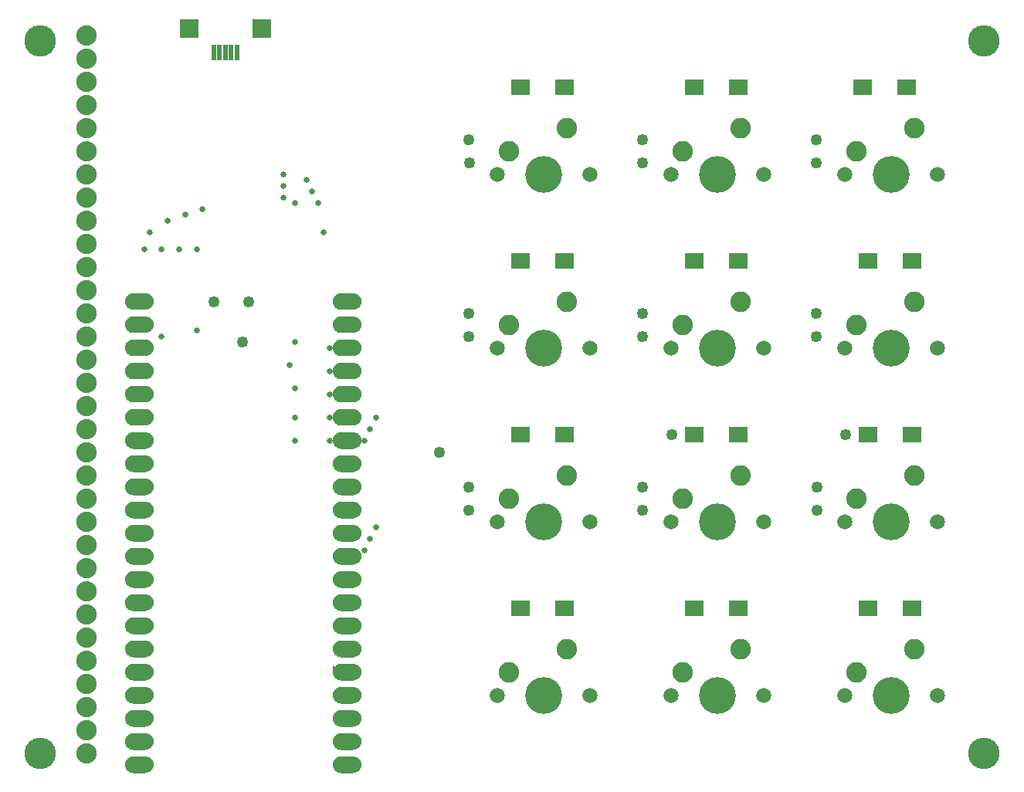
<source format=gts>
G04 MADE WITH FRITZING*
G04 WWW.FRITZING.ORG*
G04 DOUBLE SIDED*
G04 HOLES PLATED*
G04 CONTOUR ON CENTER OF CONTOUR VECTOR*
%ASAXBY*%
%FSLAX23Y23*%
%MOIN*%
%OFA0B0*%
%SFA1.0B1.0*%
%ADD10C,0.025748*%
%ADD11C,0.088000*%
%ADD12C,0.049370*%
%ADD13C,0.062000*%
%ADD14C,0.088639*%
%ADD15C,0.158908*%
%ADD16C,0.065278*%
%ADD17C,0.135984*%
%ADD18R,0.079685X0.067874*%
%ADD19R,0.023779X0.065118*%
%ADD20R,0.080866X0.084803*%
%ADD21R,0.001000X0.001000*%
%LNMASK1*%
G90*
G70*
G54D10*
X1547Y1554D03*
X1521Y1504D03*
X1497Y1455D03*
X1547Y1079D03*
X1521Y1029D03*
X1497Y980D03*
X1346Y1554D03*
X1346Y1455D03*
X1346Y1655D03*
X1197Y1455D03*
X1197Y1554D03*
X1197Y1679D03*
X1172Y1779D03*
X1346Y1755D03*
X1346Y1854D03*
X1197Y1879D03*
X621Y1904D03*
X772Y1930D03*
X772Y2279D03*
X696Y2279D03*
X621Y2279D03*
X547Y2279D03*
X796Y2454D03*
X722Y2430D03*
X647Y2405D03*
X571Y2355D03*
X1321Y2355D03*
X1197Y2480D03*
X1297Y2480D03*
X1146Y2504D03*
X1146Y2555D03*
X1271Y2530D03*
X1247Y2579D03*
X1146Y2604D03*
G54D11*
X296Y104D03*
X296Y204D03*
X296Y304D03*
X296Y404D03*
X296Y504D03*
X296Y604D03*
X296Y704D03*
X296Y804D03*
X296Y904D03*
X296Y1004D03*
X296Y1104D03*
X296Y1204D03*
X296Y1304D03*
X296Y1404D03*
X296Y1504D03*
X296Y1604D03*
X296Y1704D03*
X296Y1804D03*
X296Y1904D03*
X296Y2004D03*
X296Y2104D03*
X296Y2204D03*
X296Y2304D03*
X296Y2404D03*
X296Y2504D03*
X296Y2604D03*
X296Y2704D03*
X296Y2804D03*
X296Y2904D03*
X296Y3004D03*
X296Y3104D03*
X296Y3204D03*
G54D12*
X1947Y2754D03*
X1948Y2653D03*
X2695Y2653D03*
X2695Y2755D03*
X3447Y2655D03*
X3447Y2754D03*
X1946Y1903D03*
X2697Y1903D03*
X3446Y1903D03*
X3446Y2005D03*
X2697Y2005D03*
X1946Y2005D03*
X3448Y1254D03*
X3448Y1154D03*
X2695Y1254D03*
X2695Y1154D03*
X1946Y1254D03*
X1946Y1154D03*
X1821Y1404D03*
X2822Y1479D03*
X3572Y1479D03*
G54D13*
X521Y2055D03*
X521Y1955D03*
X521Y1855D03*
X521Y1755D03*
X521Y1655D03*
X521Y1555D03*
X521Y1454D03*
X521Y1354D03*
X521Y1254D03*
X521Y1154D03*
X521Y1054D03*
X521Y954D03*
X521Y854D03*
X521Y754D03*
X521Y654D03*
X521Y554D03*
X521Y454D03*
X521Y354D03*
X521Y254D03*
X521Y154D03*
X521Y54D03*
X1422Y54D03*
X1422Y154D03*
X1422Y254D03*
X1422Y354D03*
X1422Y454D03*
X1422Y554D03*
X1422Y654D03*
X1422Y754D03*
X1422Y854D03*
X1422Y954D03*
X1422Y1054D03*
X1422Y1154D03*
X1422Y1254D03*
X1422Y1354D03*
X1422Y1454D03*
X1422Y1555D03*
X1422Y1655D03*
X1422Y1755D03*
X1422Y1855D03*
X1422Y1955D03*
X1422Y2055D03*
G54D14*
X2121Y2704D03*
X2371Y2804D03*
G54D15*
X2271Y2604D03*
G54D16*
X2071Y2604D03*
X2471Y2604D03*
G54D14*
X2871Y2704D03*
X3121Y2804D03*
G54D15*
X3021Y2604D03*
G54D16*
X2821Y2604D03*
X3221Y2604D03*
G54D14*
X3621Y2704D03*
X3871Y2804D03*
G54D15*
X3771Y2604D03*
G54D16*
X3571Y2604D03*
X3971Y2604D03*
G54D14*
X2121Y1954D03*
X2371Y2054D03*
G54D15*
X2271Y1854D03*
G54D16*
X2071Y1854D03*
X2471Y1854D03*
G54D14*
X2871Y1954D03*
X3121Y2054D03*
G54D15*
X3021Y1854D03*
G54D16*
X2821Y1854D03*
X3221Y1854D03*
G54D14*
X3621Y1954D03*
X3871Y2054D03*
G54D15*
X3771Y1854D03*
G54D16*
X3571Y1854D03*
X3971Y1854D03*
G54D14*
X2121Y1204D03*
X2371Y1304D03*
G54D15*
X2271Y1104D03*
G54D16*
X2071Y1104D03*
X2471Y1104D03*
G54D14*
X2871Y1204D03*
X3121Y1304D03*
G54D15*
X3021Y1104D03*
G54D16*
X2821Y1104D03*
X3221Y1104D03*
G54D14*
X3621Y1204D03*
X3871Y1304D03*
G54D15*
X3771Y1104D03*
G54D16*
X3571Y1104D03*
X3971Y1104D03*
G54D14*
X2121Y454D03*
X2371Y554D03*
G54D15*
X2271Y354D03*
G54D16*
X2071Y354D03*
X2471Y354D03*
G54D14*
X2871Y454D03*
X3121Y554D03*
G54D15*
X3021Y354D03*
G54D16*
X2821Y354D03*
X3221Y354D03*
G54D14*
X3621Y454D03*
X3871Y554D03*
G54D15*
X3771Y354D03*
G54D16*
X3571Y354D03*
X3971Y354D03*
G54D17*
X96Y3179D03*
X96Y104D03*
X4171Y104D03*
X4171Y3179D03*
G54D12*
X996Y2054D03*
X846Y2054D03*
X971Y1879D03*
G54D18*
X3860Y729D03*
X3671Y729D03*
X3110Y729D03*
X2921Y729D03*
X2360Y729D03*
X2171Y729D03*
X3860Y1479D03*
X3671Y1479D03*
X3110Y1479D03*
X2921Y1479D03*
X2360Y1479D03*
X2171Y1479D03*
X3860Y2229D03*
X3671Y2229D03*
X3110Y2229D03*
X2921Y2229D03*
X2360Y2229D03*
X2171Y2229D03*
X3835Y2979D03*
X3646Y2979D03*
X3110Y2979D03*
X2921Y2979D03*
X2360Y2979D03*
X2171Y2979D03*
G54D19*
X947Y3129D03*
X845Y3129D03*
X921Y3129D03*
X896Y3129D03*
X870Y3129D03*
G54D20*
X1053Y3234D03*
X738Y3234D03*
G54D21*
X1434Y2091D02*
X1446Y2091D01*
X491Y2090D02*
X557Y2090D01*
X1387Y2090D02*
X1454Y2090D01*
X487Y2089D02*
X561Y2089D01*
X1384Y2089D02*
X1457Y2089D01*
X485Y2088D02*
X563Y2088D01*
X1381Y2088D02*
X1460Y2088D01*
X482Y2087D02*
X565Y2087D01*
X1379Y2087D02*
X1462Y2087D01*
X480Y2086D02*
X567Y2086D01*
X1377Y2086D02*
X1464Y2086D01*
X479Y2085D02*
X569Y2085D01*
X1376Y2085D02*
X1466Y2085D01*
X477Y2084D02*
X570Y2084D01*
X1374Y2084D02*
X1467Y2084D01*
X476Y2083D02*
X572Y2083D01*
X1373Y2083D02*
X1469Y2083D01*
X475Y2082D02*
X573Y2082D01*
X1372Y2082D02*
X1470Y2082D01*
X474Y2081D02*
X574Y2081D01*
X1370Y2081D02*
X1471Y2081D01*
X473Y2080D02*
X575Y2080D01*
X1369Y2080D02*
X1472Y2080D01*
X472Y2079D02*
X576Y2079D01*
X1369Y2079D02*
X1473Y2079D01*
X471Y2078D02*
X577Y2078D01*
X1368Y2078D02*
X1474Y2078D01*
X470Y2077D02*
X578Y2077D01*
X1367Y2077D02*
X1475Y2077D01*
X469Y2076D02*
X578Y2076D01*
X1366Y2076D02*
X1475Y2076D01*
X469Y2075D02*
X579Y2075D01*
X1365Y2075D02*
X1476Y2075D01*
X468Y2074D02*
X580Y2074D01*
X1365Y2074D02*
X1477Y2074D01*
X467Y2073D02*
X580Y2073D01*
X1364Y2073D02*
X1477Y2073D01*
X467Y2072D02*
X581Y2072D01*
X1364Y2072D02*
X1478Y2072D01*
X466Y2071D02*
X581Y2071D01*
X1363Y2071D02*
X1478Y2071D01*
X466Y2070D02*
X582Y2070D01*
X1363Y2070D02*
X1479Y2070D01*
X465Y2069D02*
X582Y2069D01*
X1362Y2069D02*
X1479Y2069D01*
X465Y2068D02*
X583Y2068D01*
X1362Y2068D02*
X1480Y2068D01*
X465Y2067D02*
X583Y2067D01*
X1362Y2067D02*
X1480Y2067D01*
X464Y2066D02*
X583Y2066D01*
X1361Y2066D02*
X1480Y2066D01*
X464Y2065D02*
X584Y2065D01*
X1361Y2065D02*
X1481Y2065D01*
X464Y2064D02*
X584Y2064D01*
X1361Y2064D02*
X1481Y2064D01*
X463Y2063D02*
X584Y2063D01*
X1360Y2063D02*
X1481Y2063D01*
X463Y2062D02*
X585Y2062D01*
X1360Y2062D02*
X1481Y2062D01*
X463Y2061D02*
X523Y2061D01*
X526Y2061D02*
X585Y2061D01*
X1360Y2061D02*
X1419Y2061D01*
X1422Y2061D02*
X1482Y2061D01*
X463Y2060D02*
X521Y2060D01*
X528Y2060D02*
X585Y2060D01*
X1360Y2060D02*
X1417Y2060D01*
X1425Y2060D02*
X1482Y2060D01*
X463Y2059D02*
X520Y2059D01*
X530Y2059D02*
X585Y2059D01*
X1360Y2059D02*
X1416Y2059D01*
X1426Y2059D02*
X1482Y2059D01*
X463Y2058D02*
X519Y2058D01*
X530Y2058D02*
X585Y2058D01*
X1359Y2058D02*
X1415Y2058D01*
X1426Y2058D02*
X1482Y2058D01*
X463Y2057D02*
X518Y2057D01*
X531Y2057D02*
X585Y2057D01*
X1359Y2057D02*
X1414Y2057D01*
X1427Y2057D02*
X1482Y2057D01*
X462Y2056D02*
X518Y2056D01*
X531Y2056D02*
X585Y2056D01*
X1359Y2056D02*
X1414Y2056D01*
X1427Y2056D02*
X1482Y2056D01*
X462Y2055D02*
X518Y2055D01*
X531Y2055D02*
X585Y2055D01*
X1359Y2055D02*
X1414Y2055D01*
X1427Y2055D02*
X1482Y2055D01*
X462Y2054D02*
X518Y2054D01*
X531Y2054D02*
X585Y2054D01*
X1359Y2054D02*
X1414Y2054D01*
X1427Y2054D02*
X1482Y2054D01*
X463Y2053D02*
X518Y2053D01*
X531Y2053D02*
X585Y2053D01*
X1359Y2053D02*
X1414Y2053D01*
X1427Y2053D02*
X1482Y2053D01*
X463Y2052D02*
X519Y2052D01*
X530Y2052D02*
X585Y2052D01*
X1359Y2052D02*
X1415Y2052D01*
X1426Y2052D02*
X1482Y2052D01*
X463Y2051D02*
X520Y2051D01*
X529Y2051D02*
X585Y2051D01*
X1359Y2051D02*
X1416Y2051D01*
X1426Y2051D02*
X1482Y2051D01*
X463Y2050D02*
X521Y2050D01*
X528Y2050D02*
X585Y2050D01*
X1359Y2050D02*
X1417Y2050D01*
X1424Y2050D02*
X1482Y2050D01*
X463Y2049D02*
X585Y2049D01*
X1359Y2049D02*
X1482Y2049D01*
X463Y2048D02*
X585Y2048D01*
X1359Y2048D02*
X1481Y2048D01*
X463Y2047D02*
X584Y2047D01*
X1359Y2047D02*
X1481Y2047D01*
X464Y2046D02*
X584Y2046D01*
X1359Y2046D02*
X1481Y2046D01*
X464Y2045D02*
X584Y2045D01*
X1360Y2045D02*
X1481Y2045D01*
X464Y2044D02*
X583Y2044D01*
X1361Y2044D02*
X1480Y2044D01*
X465Y2043D02*
X583Y2043D01*
X1362Y2043D02*
X1480Y2043D01*
X465Y2042D02*
X583Y2042D01*
X1362Y2042D02*
X1480Y2042D01*
X465Y2041D02*
X582Y2041D01*
X1362Y2041D02*
X1479Y2041D01*
X466Y2040D02*
X582Y2040D01*
X1363Y2040D02*
X1479Y2040D01*
X466Y2039D02*
X581Y2039D01*
X1363Y2039D02*
X1478Y2039D01*
X467Y2038D02*
X581Y2038D01*
X1364Y2038D02*
X1478Y2038D01*
X467Y2037D02*
X580Y2037D01*
X1364Y2037D02*
X1477Y2037D01*
X468Y2036D02*
X580Y2036D01*
X1365Y2036D02*
X1477Y2036D01*
X469Y2035D02*
X579Y2035D01*
X1366Y2035D02*
X1476Y2035D01*
X469Y2034D02*
X578Y2034D01*
X1366Y2034D02*
X1475Y2034D01*
X470Y2033D02*
X578Y2033D01*
X1367Y2033D02*
X1475Y2033D01*
X471Y2032D02*
X577Y2032D01*
X1368Y2032D02*
X1474Y2032D01*
X472Y2031D02*
X576Y2031D01*
X1369Y2031D02*
X1473Y2031D01*
X473Y2030D02*
X575Y2030D01*
X1369Y2030D02*
X1472Y2030D01*
X474Y2029D02*
X574Y2029D01*
X1370Y2029D02*
X1471Y2029D01*
X475Y2028D02*
X573Y2028D01*
X1372Y2028D02*
X1470Y2028D01*
X476Y2027D02*
X572Y2027D01*
X1373Y2027D02*
X1469Y2027D01*
X477Y2026D02*
X570Y2026D01*
X1374Y2026D02*
X1467Y2026D01*
X479Y2025D02*
X569Y2025D01*
X1376Y2025D02*
X1466Y2025D01*
X480Y2024D02*
X567Y2024D01*
X1377Y2024D02*
X1464Y2024D01*
X482Y2023D02*
X565Y2023D01*
X1379Y2023D02*
X1462Y2023D01*
X485Y2022D02*
X563Y2022D01*
X1381Y2022D02*
X1460Y2022D01*
X487Y2021D02*
X561Y2021D01*
X1384Y2021D02*
X1457Y2021D01*
X491Y2020D02*
X557Y2020D01*
X1388Y2020D02*
X1454Y2020D01*
X498Y1991D02*
X549Y1991D01*
X1395Y1991D02*
X1446Y1991D01*
X491Y1990D02*
X557Y1990D01*
X1387Y1990D02*
X1454Y1990D01*
X487Y1989D02*
X560Y1989D01*
X1384Y1989D02*
X1457Y1989D01*
X484Y1988D02*
X563Y1988D01*
X1381Y1988D02*
X1460Y1988D01*
X482Y1987D02*
X565Y1987D01*
X1379Y1987D02*
X1462Y1987D01*
X480Y1986D02*
X567Y1986D01*
X1377Y1986D02*
X1464Y1986D01*
X479Y1985D02*
X569Y1985D01*
X1376Y1985D02*
X1466Y1985D01*
X477Y1984D02*
X570Y1984D01*
X1374Y1984D02*
X1467Y1984D01*
X476Y1983D02*
X572Y1983D01*
X1373Y1983D02*
X1469Y1983D01*
X475Y1982D02*
X573Y1982D01*
X1372Y1982D02*
X1470Y1982D01*
X473Y1981D02*
X574Y1981D01*
X1370Y1981D02*
X1471Y1981D01*
X472Y1980D02*
X575Y1980D01*
X1369Y1980D02*
X1472Y1980D01*
X472Y1979D02*
X576Y1979D01*
X1369Y1979D02*
X1473Y1979D01*
X471Y1978D02*
X577Y1978D01*
X1368Y1978D02*
X1474Y1978D01*
X470Y1977D02*
X578Y1977D01*
X1367Y1977D02*
X1475Y1977D01*
X469Y1976D02*
X578Y1976D01*
X1366Y1976D02*
X1475Y1976D01*
X469Y1975D02*
X579Y1975D01*
X1365Y1975D02*
X1476Y1975D01*
X468Y1974D02*
X580Y1974D01*
X1365Y1974D02*
X1477Y1974D01*
X467Y1973D02*
X580Y1973D01*
X1364Y1973D02*
X1477Y1973D01*
X467Y1972D02*
X581Y1972D01*
X1364Y1972D02*
X1478Y1972D01*
X466Y1971D02*
X581Y1971D01*
X1363Y1971D02*
X1478Y1971D01*
X466Y1970D02*
X582Y1970D01*
X1363Y1970D02*
X1479Y1970D01*
X465Y1969D02*
X582Y1969D01*
X1362Y1969D02*
X1479Y1969D01*
X465Y1968D02*
X583Y1968D01*
X1362Y1968D02*
X1480Y1968D01*
X465Y1967D02*
X583Y1967D01*
X1362Y1967D02*
X1480Y1967D01*
X464Y1966D02*
X583Y1966D01*
X1361Y1966D02*
X1480Y1966D01*
X464Y1965D02*
X584Y1965D01*
X1361Y1965D02*
X1481Y1965D01*
X464Y1964D02*
X584Y1964D01*
X1361Y1964D02*
X1481Y1964D01*
X463Y1963D02*
X584Y1963D01*
X1360Y1963D02*
X1481Y1963D01*
X463Y1962D02*
X584Y1962D01*
X1360Y1962D02*
X1481Y1962D01*
X463Y1961D02*
X523Y1961D01*
X526Y1961D02*
X585Y1961D01*
X1360Y1961D02*
X1419Y1961D01*
X1422Y1961D02*
X1482Y1961D01*
X463Y1960D02*
X520Y1960D01*
X529Y1960D02*
X585Y1960D01*
X1360Y1960D02*
X1417Y1960D01*
X1425Y1960D02*
X1482Y1960D01*
X463Y1959D02*
X519Y1959D01*
X530Y1959D02*
X585Y1959D01*
X1360Y1959D02*
X1415Y1959D01*
X1426Y1959D02*
X1482Y1959D01*
X463Y1958D02*
X519Y1958D01*
X530Y1958D02*
X585Y1958D01*
X1359Y1958D02*
X1415Y1958D01*
X1427Y1958D02*
X1482Y1958D01*
X462Y1957D02*
X518Y1957D01*
X531Y1957D02*
X585Y1957D01*
X1359Y1957D02*
X1414Y1957D01*
X1427Y1957D02*
X1482Y1957D01*
X462Y1956D02*
X518Y1956D01*
X531Y1956D02*
X585Y1956D01*
X1359Y1956D02*
X1414Y1956D01*
X1427Y1956D02*
X1482Y1956D01*
X462Y1955D02*
X518Y1955D01*
X531Y1955D02*
X585Y1955D01*
X1359Y1955D02*
X1414Y1955D01*
X1427Y1955D02*
X1482Y1955D01*
X462Y1954D02*
X518Y1954D01*
X531Y1954D02*
X585Y1954D01*
X1359Y1954D02*
X1414Y1954D01*
X1427Y1954D02*
X1482Y1954D01*
X462Y1953D02*
X518Y1953D01*
X531Y1953D02*
X585Y1953D01*
X1359Y1953D02*
X1414Y1953D01*
X1427Y1953D02*
X1482Y1953D01*
X463Y1952D02*
X519Y1952D01*
X530Y1952D02*
X585Y1952D01*
X1359Y1952D02*
X1415Y1952D01*
X1427Y1952D02*
X1482Y1952D01*
X463Y1951D02*
X519Y1951D01*
X530Y1951D02*
X585Y1951D01*
X1359Y1951D02*
X1416Y1951D01*
X1426Y1951D02*
X1482Y1951D01*
X463Y1950D02*
X521Y1950D01*
X528Y1950D02*
X585Y1950D01*
X1359Y1950D02*
X1417Y1950D01*
X1425Y1950D02*
X1482Y1950D01*
X463Y1949D02*
X585Y1949D01*
X1359Y1949D02*
X1482Y1949D01*
X463Y1948D02*
X584Y1948D01*
X1359Y1948D02*
X1481Y1948D01*
X463Y1947D02*
X584Y1947D01*
X1359Y1947D02*
X1481Y1947D01*
X464Y1946D02*
X584Y1946D01*
X1359Y1946D02*
X1481Y1946D01*
X464Y1945D02*
X584Y1945D01*
X1360Y1945D02*
X1481Y1945D01*
X464Y1944D02*
X583Y1944D01*
X1361Y1944D02*
X1480Y1944D01*
X465Y1943D02*
X583Y1943D01*
X1362Y1943D02*
X1480Y1943D01*
X465Y1942D02*
X583Y1942D01*
X1362Y1942D02*
X1480Y1942D01*
X465Y1941D02*
X582Y1941D01*
X1362Y1941D02*
X1479Y1941D01*
X466Y1940D02*
X582Y1940D01*
X1363Y1940D02*
X1479Y1940D01*
X466Y1939D02*
X581Y1939D01*
X1363Y1939D02*
X1478Y1939D01*
X467Y1938D02*
X581Y1938D01*
X1364Y1938D02*
X1478Y1938D01*
X467Y1937D02*
X580Y1937D01*
X1364Y1937D02*
X1477Y1937D01*
X468Y1936D02*
X580Y1936D01*
X1365Y1936D02*
X1477Y1936D01*
X469Y1935D02*
X579Y1935D01*
X1366Y1935D02*
X1476Y1935D01*
X469Y1934D02*
X578Y1934D01*
X1366Y1934D02*
X1475Y1934D01*
X470Y1933D02*
X578Y1933D01*
X1367Y1933D02*
X1475Y1933D01*
X471Y1932D02*
X577Y1932D01*
X1368Y1932D02*
X1474Y1932D01*
X472Y1931D02*
X576Y1931D01*
X1369Y1931D02*
X1473Y1931D01*
X472Y1930D02*
X575Y1930D01*
X1369Y1930D02*
X1472Y1930D01*
X474Y1929D02*
X574Y1929D01*
X1370Y1929D02*
X1471Y1929D01*
X475Y1928D02*
X573Y1928D01*
X1372Y1928D02*
X1470Y1928D01*
X476Y1927D02*
X572Y1927D01*
X1373Y1927D02*
X1469Y1927D01*
X477Y1926D02*
X570Y1926D01*
X1374Y1926D02*
X1467Y1926D01*
X479Y1925D02*
X569Y1925D01*
X1376Y1925D02*
X1466Y1925D01*
X480Y1924D02*
X567Y1924D01*
X1377Y1924D02*
X1464Y1924D01*
X482Y1923D02*
X565Y1923D01*
X1379Y1923D02*
X1462Y1923D01*
X484Y1922D02*
X563Y1922D01*
X1381Y1922D02*
X1460Y1922D01*
X487Y1921D02*
X560Y1921D01*
X1384Y1921D02*
X1457Y1921D01*
X491Y1920D02*
X557Y1920D01*
X1388Y1920D02*
X1454Y1920D01*
X498Y1891D02*
X549Y1891D01*
X1395Y1891D02*
X1446Y1891D01*
X490Y1890D02*
X557Y1890D01*
X1387Y1890D02*
X1454Y1890D01*
X487Y1889D02*
X561Y1889D01*
X1384Y1889D02*
X1457Y1889D01*
X484Y1888D02*
X563Y1888D01*
X1381Y1888D02*
X1460Y1888D01*
X482Y1887D02*
X565Y1887D01*
X1379Y1887D02*
X1462Y1887D01*
X480Y1886D02*
X567Y1886D01*
X1377Y1886D02*
X1464Y1886D01*
X479Y1885D02*
X569Y1885D01*
X1376Y1885D02*
X1466Y1885D01*
X477Y1884D02*
X570Y1884D01*
X1374Y1884D02*
X1467Y1884D01*
X476Y1883D02*
X572Y1883D01*
X1373Y1883D02*
X1469Y1883D01*
X475Y1882D02*
X573Y1882D01*
X1372Y1882D02*
X1470Y1882D01*
X473Y1881D02*
X574Y1881D01*
X1370Y1881D02*
X1471Y1881D01*
X472Y1880D02*
X575Y1880D01*
X1369Y1880D02*
X1472Y1880D01*
X472Y1879D02*
X576Y1879D01*
X1369Y1879D02*
X1473Y1879D01*
X471Y1878D02*
X577Y1878D01*
X1368Y1878D02*
X1474Y1878D01*
X470Y1877D02*
X578Y1877D01*
X1367Y1877D02*
X1475Y1877D01*
X469Y1876D02*
X578Y1876D01*
X1366Y1876D02*
X1475Y1876D01*
X468Y1875D02*
X579Y1875D01*
X1365Y1875D02*
X1476Y1875D01*
X468Y1874D02*
X580Y1874D01*
X1365Y1874D02*
X1477Y1874D01*
X467Y1873D02*
X580Y1873D01*
X1364Y1873D02*
X1477Y1873D01*
X467Y1872D02*
X581Y1872D01*
X1364Y1872D02*
X1478Y1872D01*
X466Y1871D02*
X581Y1871D01*
X1363Y1871D02*
X1478Y1871D01*
X466Y1870D02*
X582Y1870D01*
X1363Y1870D02*
X1479Y1870D01*
X465Y1869D02*
X582Y1869D01*
X1362Y1869D02*
X1479Y1869D01*
X465Y1868D02*
X583Y1868D01*
X1362Y1868D02*
X1480Y1868D01*
X465Y1867D02*
X583Y1867D01*
X1362Y1867D02*
X1480Y1867D01*
X464Y1866D02*
X583Y1866D01*
X1361Y1866D02*
X1480Y1866D01*
X464Y1865D02*
X584Y1865D01*
X1361Y1865D02*
X1481Y1865D01*
X464Y1864D02*
X584Y1864D01*
X1361Y1864D02*
X1481Y1864D01*
X463Y1863D02*
X584Y1863D01*
X1360Y1863D02*
X1481Y1863D01*
X463Y1862D02*
X584Y1862D01*
X1360Y1862D02*
X1481Y1862D01*
X463Y1861D02*
X523Y1861D01*
X526Y1861D02*
X585Y1861D01*
X1360Y1861D02*
X1419Y1861D01*
X1422Y1861D02*
X1482Y1861D01*
X463Y1860D02*
X520Y1860D01*
X529Y1860D02*
X585Y1860D01*
X1360Y1860D02*
X1417Y1860D01*
X1425Y1860D02*
X1482Y1860D01*
X463Y1859D02*
X519Y1859D01*
X530Y1859D02*
X585Y1859D01*
X1360Y1859D02*
X1415Y1859D01*
X1426Y1859D02*
X1482Y1859D01*
X462Y1858D02*
X519Y1858D01*
X530Y1858D02*
X585Y1858D01*
X1359Y1858D02*
X1415Y1858D01*
X1427Y1858D02*
X1482Y1858D01*
X462Y1857D02*
X518Y1857D01*
X531Y1857D02*
X585Y1857D01*
X1359Y1857D02*
X1414Y1857D01*
X1427Y1857D02*
X1482Y1857D01*
X462Y1856D02*
X518Y1856D01*
X531Y1856D02*
X585Y1856D01*
X1359Y1856D02*
X1414Y1856D01*
X1427Y1856D02*
X1482Y1856D01*
X462Y1855D02*
X518Y1855D01*
X531Y1855D02*
X585Y1855D01*
X1359Y1855D02*
X1414Y1855D01*
X1427Y1855D02*
X1482Y1855D01*
X462Y1854D02*
X518Y1854D01*
X531Y1854D02*
X585Y1854D01*
X1359Y1854D02*
X1414Y1854D01*
X1427Y1854D02*
X1482Y1854D01*
X462Y1853D02*
X518Y1853D01*
X531Y1853D02*
X585Y1853D01*
X1359Y1853D02*
X1414Y1853D01*
X1427Y1853D02*
X1482Y1853D01*
X462Y1852D02*
X519Y1852D01*
X530Y1852D02*
X585Y1852D01*
X1359Y1852D02*
X1415Y1852D01*
X1427Y1852D02*
X1482Y1852D01*
X463Y1851D02*
X519Y1851D01*
X530Y1851D02*
X585Y1851D01*
X1359Y1851D02*
X1416Y1851D01*
X1426Y1851D02*
X1482Y1851D01*
X463Y1850D02*
X521Y1850D01*
X528Y1850D02*
X585Y1850D01*
X1359Y1850D02*
X1417Y1850D01*
X1425Y1850D02*
X1482Y1850D01*
X463Y1849D02*
X585Y1849D01*
X1359Y1849D02*
X1482Y1849D01*
X463Y1848D02*
X584Y1848D01*
X1359Y1848D02*
X1481Y1848D01*
X463Y1847D02*
X584Y1847D01*
X1359Y1847D02*
X1481Y1847D01*
X464Y1846D02*
X584Y1846D01*
X1359Y1846D02*
X1481Y1846D01*
X464Y1845D02*
X584Y1845D01*
X1360Y1845D02*
X1481Y1845D01*
X464Y1844D02*
X583Y1844D01*
X1361Y1844D02*
X1480Y1844D01*
X465Y1843D02*
X583Y1843D01*
X1362Y1843D02*
X1480Y1843D01*
X465Y1842D02*
X583Y1842D01*
X1362Y1842D02*
X1480Y1842D01*
X465Y1841D02*
X582Y1841D01*
X1362Y1841D02*
X1479Y1841D01*
X466Y1840D02*
X582Y1840D01*
X1363Y1840D02*
X1479Y1840D01*
X466Y1839D02*
X581Y1839D01*
X1363Y1839D02*
X1478Y1839D01*
X467Y1838D02*
X581Y1838D01*
X1364Y1838D02*
X1478Y1838D01*
X467Y1837D02*
X580Y1837D01*
X1364Y1837D02*
X1477Y1837D01*
X468Y1836D02*
X580Y1836D01*
X1365Y1836D02*
X1477Y1836D01*
X469Y1835D02*
X579Y1835D01*
X1366Y1835D02*
X1476Y1835D01*
X469Y1834D02*
X578Y1834D01*
X1366Y1834D02*
X1475Y1834D01*
X470Y1833D02*
X578Y1833D01*
X1367Y1833D02*
X1475Y1833D01*
X471Y1832D02*
X577Y1832D01*
X1368Y1832D02*
X1474Y1832D01*
X472Y1831D02*
X576Y1831D01*
X1369Y1831D02*
X1473Y1831D01*
X472Y1830D02*
X575Y1830D01*
X1369Y1830D02*
X1472Y1830D01*
X473Y1829D02*
X574Y1829D01*
X1370Y1829D02*
X1471Y1829D01*
X475Y1828D02*
X573Y1828D01*
X1372Y1828D02*
X1470Y1828D01*
X476Y1827D02*
X572Y1827D01*
X1373Y1827D02*
X1469Y1827D01*
X477Y1826D02*
X570Y1826D01*
X1374Y1826D02*
X1467Y1826D01*
X479Y1825D02*
X569Y1825D01*
X1376Y1825D02*
X1466Y1825D01*
X480Y1824D02*
X567Y1824D01*
X1377Y1824D02*
X1464Y1824D01*
X482Y1823D02*
X565Y1823D01*
X1379Y1823D02*
X1462Y1823D01*
X484Y1822D02*
X563Y1822D01*
X1381Y1822D02*
X1460Y1822D01*
X487Y1821D02*
X560Y1821D01*
X1384Y1821D02*
X1457Y1821D01*
X491Y1820D02*
X557Y1820D01*
X1388Y1820D02*
X1454Y1820D01*
X498Y1791D02*
X549Y1791D01*
X1395Y1791D02*
X1446Y1791D01*
X491Y1790D02*
X557Y1790D01*
X1387Y1790D02*
X1454Y1790D01*
X487Y1789D02*
X561Y1789D01*
X1384Y1789D02*
X1457Y1789D01*
X484Y1788D02*
X563Y1788D01*
X1381Y1788D02*
X1460Y1788D01*
X482Y1787D02*
X565Y1787D01*
X1379Y1787D02*
X1462Y1787D01*
X480Y1786D02*
X567Y1786D01*
X1377Y1786D02*
X1464Y1786D01*
X479Y1785D02*
X569Y1785D01*
X1376Y1785D02*
X1466Y1785D01*
X477Y1784D02*
X570Y1784D01*
X1374Y1784D02*
X1467Y1784D01*
X476Y1783D02*
X572Y1783D01*
X1373Y1783D02*
X1469Y1783D01*
X475Y1782D02*
X573Y1782D01*
X1372Y1782D02*
X1470Y1782D01*
X473Y1781D02*
X574Y1781D01*
X1370Y1781D02*
X1471Y1781D01*
X472Y1780D02*
X575Y1780D01*
X1369Y1780D02*
X1472Y1780D01*
X472Y1779D02*
X576Y1779D01*
X1369Y1779D02*
X1473Y1779D01*
X471Y1778D02*
X577Y1778D01*
X1368Y1778D02*
X1474Y1778D01*
X470Y1777D02*
X578Y1777D01*
X1367Y1777D02*
X1475Y1777D01*
X469Y1776D02*
X578Y1776D01*
X1366Y1776D02*
X1475Y1776D01*
X469Y1775D02*
X579Y1775D01*
X1365Y1775D02*
X1476Y1775D01*
X468Y1774D02*
X580Y1774D01*
X1365Y1774D02*
X1477Y1774D01*
X467Y1773D02*
X580Y1773D01*
X1364Y1773D02*
X1477Y1773D01*
X467Y1772D02*
X581Y1772D01*
X1364Y1772D02*
X1478Y1772D01*
X466Y1771D02*
X581Y1771D01*
X1363Y1771D02*
X1478Y1771D01*
X466Y1770D02*
X582Y1770D01*
X1363Y1770D02*
X1479Y1770D01*
X465Y1769D02*
X582Y1769D01*
X1362Y1769D02*
X1479Y1769D01*
X465Y1768D02*
X583Y1768D01*
X1362Y1768D02*
X1480Y1768D01*
X465Y1767D02*
X583Y1767D01*
X1362Y1767D02*
X1480Y1767D01*
X464Y1766D02*
X583Y1766D01*
X1361Y1766D02*
X1480Y1766D01*
X464Y1765D02*
X584Y1765D01*
X1361Y1765D02*
X1481Y1765D01*
X464Y1764D02*
X584Y1764D01*
X1361Y1764D02*
X1481Y1764D01*
X463Y1763D02*
X584Y1763D01*
X1360Y1763D02*
X1481Y1763D01*
X463Y1762D02*
X584Y1762D01*
X1360Y1762D02*
X1481Y1762D01*
X463Y1761D02*
X523Y1761D01*
X526Y1761D02*
X585Y1761D01*
X1360Y1761D02*
X1419Y1761D01*
X1422Y1761D02*
X1482Y1761D01*
X463Y1760D02*
X520Y1760D01*
X529Y1760D02*
X585Y1760D01*
X1360Y1760D02*
X1417Y1760D01*
X1425Y1760D02*
X1482Y1760D01*
X463Y1759D02*
X519Y1759D01*
X530Y1759D02*
X585Y1759D01*
X1360Y1759D02*
X1415Y1759D01*
X1426Y1759D02*
X1482Y1759D01*
X463Y1758D02*
X519Y1758D01*
X530Y1758D02*
X585Y1758D01*
X1359Y1758D02*
X1415Y1758D01*
X1427Y1758D02*
X1482Y1758D01*
X462Y1757D02*
X518Y1757D01*
X531Y1757D02*
X585Y1757D01*
X1359Y1757D02*
X1414Y1757D01*
X1427Y1757D02*
X1482Y1757D01*
X462Y1756D02*
X518Y1756D01*
X531Y1756D02*
X585Y1756D01*
X1359Y1756D02*
X1414Y1756D01*
X1427Y1756D02*
X1482Y1756D01*
X462Y1755D02*
X518Y1755D01*
X531Y1755D02*
X585Y1755D01*
X1359Y1755D02*
X1414Y1755D01*
X1427Y1755D02*
X1482Y1755D01*
X462Y1754D02*
X518Y1754D01*
X531Y1754D02*
X585Y1754D01*
X1359Y1754D02*
X1414Y1754D01*
X1427Y1754D02*
X1482Y1754D01*
X462Y1753D02*
X518Y1753D01*
X531Y1753D02*
X585Y1753D01*
X1359Y1753D02*
X1414Y1753D01*
X1427Y1753D02*
X1482Y1753D01*
X463Y1752D02*
X519Y1752D01*
X530Y1752D02*
X585Y1752D01*
X1359Y1752D02*
X1415Y1752D01*
X1427Y1752D02*
X1482Y1752D01*
X463Y1751D02*
X519Y1751D01*
X530Y1751D02*
X585Y1751D01*
X1359Y1751D02*
X1416Y1751D01*
X1426Y1751D02*
X1482Y1751D01*
X463Y1750D02*
X521Y1750D01*
X528Y1750D02*
X585Y1750D01*
X1359Y1750D02*
X1417Y1750D01*
X1425Y1750D02*
X1482Y1750D01*
X463Y1749D02*
X585Y1749D01*
X1359Y1749D02*
X1482Y1749D01*
X463Y1748D02*
X584Y1748D01*
X1359Y1748D02*
X1481Y1748D01*
X463Y1747D02*
X584Y1747D01*
X1359Y1747D02*
X1481Y1747D01*
X464Y1746D02*
X584Y1746D01*
X1359Y1746D02*
X1481Y1746D01*
X464Y1745D02*
X584Y1745D01*
X1360Y1745D02*
X1481Y1745D01*
X464Y1744D02*
X583Y1744D01*
X1361Y1744D02*
X1480Y1744D01*
X465Y1743D02*
X583Y1743D01*
X1362Y1743D02*
X1480Y1743D01*
X465Y1742D02*
X583Y1742D01*
X1362Y1742D02*
X1480Y1742D01*
X465Y1741D02*
X582Y1741D01*
X1362Y1741D02*
X1479Y1741D01*
X466Y1740D02*
X582Y1740D01*
X1363Y1740D02*
X1479Y1740D01*
X466Y1739D02*
X581Y1739D01*
X1363Y1739D02*
X1478Y1739D01*
X467Y1738D02*
X581Y1738D01*
X1364Y1738D02*
X1478Y1738D01*
X467Y1737D02*
X580Y1737D01*
X1364Y1737D02*
X1477Y1737D01*
X468Y1736D02*
X580Y1736D01*
X1365Y1736D02*
X1477Y1736D01*
X469Y1735D02*
X579Y1735D01*
X1366Y1735D02*
X1476Y1735D01*
X469Y1734D02*
X578Y1734D01*
X1366Y1734D02*
X1475Y1734D01*
X470Y1733D02*
X578Y1733D01*
X1367Y1733D02*
X1475Y1733D01*
X471Y1732D02*
X577Y1732D01*
X1368Y1732D02*
X1474Y1732D01*
X472Y1731D02*
X576Y1731D01*
X1369Y1731D02*
X1473Y1731D01*
X472Y1730D02*
X575Y1730D01*
X1369Y1730D02*
X1472Y1730D01*
X474Y1729D02*
X574Y1729D01*
X1370Y1729D02*
X1471Y1729D01*
X475Y1728D02*
X573Y1728D01*
X1372Y1728D02*
X1470Y1728D01*
X476Y1727D02*
X572Y1727D01*
X1373Y1727D02*
X1469Y1727D01*
X477Y1726D02*
X570Y1726D01*
X1374Y1726D02*
X1467Y1726D01*
X479Y1725D02*
X569Y1725D01*
X1376Y1725D02*
X1466Y1725D01*
X480Y1724D02*
X567Y1724D01*
X1377Y1724D02*
X1464Y1724D01*
X482Y1723D02*
X565Y1723D01*
X1379Y1723D02*
X1462Y1723D01*
X484Y1722D02*
X563Y1722D01*
X1381Y1722D02*
X1460Y1722D01*
X487Y1721D02*
X560Y1721D01*
X1384Y1721D02*
X1457Y1721D01*
X491Y1720D02*
X557Y1720D01*
X1388Y1720D02*
X1454Y1720D01*
X498Y1691D02*
X549Y1691D01*
X1395Y1691D02*
X1446Y1691D01*
X490Y1690D02*
X557Y1690D01*
X1387Y1690D02*
X1454Y1690D01*
X487Y1689D02*
X561Y1689D01*
X1384Y1689D02*
X1457Y1689D01*
X484Y1688D02*
X563Y1688D01*
X1381Y1688D02*
X1460Y1688D01*
X482Y1687D02*
X565Y1687D01*
X1379Y1687D02*
X1462Y1687D01*
X480Y1686D02*
X567Y1686D01*
X1377Y1686D02*
X1464Y1686D01*
X479Y1685D02*
X569Y1685D01*
X1376Y1685D02*
X1466Y1685D01*
X477Y1684D02*
X570Y1684D01*
X1374Y1684D02*
X1467Y1684D01*
X476Y1683D02*
X572Y1683D01*
X1373Y1683D02*
X1469Y1683D01*
X475Y1682D02*
X573Y1682D01*
X1372Y1682D02*
X1470Y1682D01*
X473Y1681D02*
X574Y1681D01*
X1370Y1681D02*
X1471Y1681D01*
X472Y1680D02*
X575Y1680D01*
X1369Y1680D02*
X1472Y1680D01*
X472Y1679D02*
X576Y1679D01*
X1369Y1679D02*
X1473Y1679D01*
X471Y1678D02*
X577Y1678D01*
X1368Y1678D02*
X1474Y1678D01*
X470Y1677D02*
X578Y1677D01*
X1367Y1677D02*
X1475Y1677D01*
X469Y1676D02*
X578Y1676D01*
X1366Y1676D02*
X1475Y1676D01*
X468Y1675D02*
X579Y1675D01*
X1365Y1675D02*
X1476Y1675D01*
X468Y1674D02*
X580Y1674D01*
X1365Y1674D02*
X1477Y1674D01*
X467Y1673D02*
X580Y1673D01*
X1364Y1673D02*
X1477Y1673D01*
X467Y1672D02*
X581Y1672D01*
X1364Y1672D02*
X1478Y1672D01*
X466Y1671D02*
X581Y1671D01*
X1363Y1671D02*
X1478Y1671D01*
X466Y1670D02*
X582Y1670D01*
X1363Y1670D02*
X1479Y1670D01*
X465Y1669D02*
X582Y1669D01*
X1362Y1669D02*
X1479Y1669D01*
X465Y1668D02*
X583Y1668D01*
X1362Y1668D02*
X1480Y1668D01*
X465Y1667D02*
X583Y1667D01*
X1362Y1667D02*
X1480Y1667D01*
X464Y1666D02*
X583Y1666D01*
X1361Y1666D02*
X1480Y1666D01*
X464Y1665D02*
X584Y1665D01*
X1361Y1665D02*
X1481Y1665D01*
X464Y1664D02*
X584Y1664D01*
X1361Y1664D02*
X1481Y1664D01*
X463Y1663D02*
X584Y1663D01*
X1360Y1663D02*
X1481Y1663D01*
X463Y1662D02*
X584Y1662D01*
X1360Y1662D02*
X1481Y1662D01*
X463Y1661D02*
X523Y1661D01*
X526Y1661D02*
X585Y1661D01*
X1360Y1661D02*
X1419Y1661D01*
X1423Y1661D02*
X1482Y1661D01*
X463Y1660D02*
X521Y1660D01*
X528Y1660D02*
X585Y1660D01*
X1360Y1660D02*
X1417Y1660D01*
X1425Y1660D02*
X1482Y1660D01*
X463Y1659D02*
X520Y1659D01*
X530Y1659D02*
X585Y1659D01*
X1360Y1659D02*
X1416Y1659D01*
X1426Y1659D02*
X1482Y1659D01*
X462Y1658D02*
X519Y1658D01*
X530Y1658D02*
X585Y1658D01*
X1359Y1658D02*
X1415Y1658D01*
X1426Y1658D02*
X1482Y1658D01*
X462Y1657D02*
X518Y1657D01*
X531Y1657D02*
X585Y1657D01*
X1359Y1657D02*
X1414Y1657D01*
X1427Y1657D02*
X1482Y1657D01*
X462Y1656D02*
X518Y1656D01*
X531Y1656D02*
X585Y1656D01*
X1359Y1656D02*
X1414Y1656D01*
X1427Y1656D02*
X1482Y1656D01*
X462Y1655D02*
X518Y1655D01*
X531Y1655D02*
X585Y1655D01*
X1359Y1655D02*
X1414Y1655D01*
X1427Y1655D02*
X1482Y1655D01*
X462Y1654D02*
X518Y1654D01*
X531Y1654D02*
X585Y1654D01*
X1359Y1654D02*
X1414Y1654D01*
X1427Y1654D02*
X1482Y1654D01*
X462Y1653D02*
X518Y1653D01*
X531Y1653D02*
X585Y1653D01*
X1359Y1653D02*
X1414Y1653D01*
X1427Y1653D02*
X1482Y1653D01*
X462Y1652D02*
X519Y1652D01*
X530Y1652D02*
X585Y1652D01*
X1359Y1652D02*
X1415Y1652D01*
X1426Y1652D02*
X1482Y1652D01*
X463Y1651D02*
X520Y1651D01*
X529Y1651D02*
X585Y1651D01*
X1359Y1651D02*
X1416Y1651D01*
X1426Y1651D02*
X1482Y1651D01*
X463Y1650D02*
X521Y1650D01*
X528Y1650D02*
X585Y1650D01*
X1359Y1650D02*
X1417Y1650D01*
X1424Y1650D02*
X1482Y1650D01*
X463Y1649D02*
X585Y1649D01*
X1359Y1649D02*
X1482Y1649D01*
X463Y1648D02*
X584Y1648D01*
X1359Y1648D02*
X1481Y1648D01*
X463Y1647D02*
X584Y1647D01*
X1359Y1647D02*
X1481Y1647D01*
X464Y1646D02*
X584Y1646D01*
X1359Y1646D02*
X1481Y1646D01*
X464Y1645D02*
X584Y1645D01*
X1360Y1645D02*
X1481Y1645D01*
X464Y1644D02*
X583Y1644D01*
X1361Y1644D02*
X1480Y1644D01*
X465Y1643D02*
X583Y1643D01*
X1362Y1643D02*
X1480Y1643D01*
X465Y1642D02*
X583Y1642D01*
X1362Y1642D02*
X1480Y1642D01*
X465Y1641D02*
X582Y1641D01*
X1362Y1641D02*
X1479Y1641D01*
X466Y1640D02*
X582Y1640D01*
X1363Y1640D02*
X1479Y1640D01*
X466Y1639D02*
X581Y1639D01*
X1363Y1639D02*
X1478Y1639D01*
X467Y1638D02*
X581Y1638D01*
X1364Y1638D02*
X1478Y1638D01*
X467Y1637D02*
X580Y1637D01*
X1364Y1637D02*
X1477Y1637D01*
X468Y1636D02*
X580Y1636D01*
X1365Y1636D02*
X1477Y1636D01*
X469Y1635D02*
X579Y1635D01*
X1366Y1635D02*
X1476Y1635D01*
X469Y1634D02*
X578Y1634D01*
X1366Y1634D02*
X1475Y1634D01*
X470Y1633D02*
X578Y1633D01*
X1367Y1633D02*
X1475Y1633D01*
X471Y1632D02*
X577Y1632D01*
X1368Y1632D02*
X1474Y1632D01*
X472Y1631D02*
X576Y1631D01*
X1369Y1631D02*
X1473Y1631D01*
X472Y1630D02*
X575Y1630D01*
X1369Y1630D02*
X1472Y1630D01*
X473Y1629D02*
X574Y1629D01*
X1370Y1629D02*
X1471Y1629D01*
X475Y1628D02*
X573Y1628D01*
X1372Y1628D02*
X1470Y1628D01*
X476Y1627D02*
X572Y1627D01*
X1373Y1627D02*
X1469Y1627D01*
X477Y1626D02*
X570Y1626D01*
X1374Y1626D02*
X1467Y1626D01*
X479Y1625D02*
X569Y1625D01*
X1376Y1625D02*
X1466Y1625D01*
X480Y1624D02*
X567Y1624D01*
X1377Y1624D02*
X1464Y1624D01*
X482Y1623D02*
X565Y1623D01*
X1379Y1623D02*
X1462Y1623D01*
X484Y1622D02*
X563Y1622D01*
X1381Y1622D02*
X1460Y1622D01*
X487Y1621D02*
X560Y1621D01*
X1384Y1621D02*
X1457Y1621D01*
X491Y1620D02*
X557Y1620D01*
X1388Y1620D02*
X1454Y1620D01*
X498Y1591D02*
X549Y1591D01*
X1395Y1591D02*
X1446Y1591D01*
X490Y1590D02*
X557Y1590D01*
X1387Y1590D02*
X1454Y1590D01*
X487Y1589D02*
X561Y1589D01*
X1384Y1589D02*
X1457Y1589D01*
X484Y1588D02*
X563Y1588D01*
X1381Y1588D02*
X1460Y1588D01*
X482Y1587D02*
X565Y1587D01*
X1379Y1587D02*
X1462Y1587D01*
X480Y1586D02*
X567Y1586D01*
X1377Y1586D02*
X1464Y1586D01*
X479Y1585D02*
X569Y1585D01*
X1376Y1585D02*
X1466Y1585D01*
X477Y1584D02*
X570Y1584D01*
X1374Y1584D02*
X1467Y1584D01*
X476Y1583D02*
X572Y1583D01*
X1373Y1583D02*
X1469Y1583D01*
X475Y1582D02*
X573Y1582D01*
X1372Y1582D02*
X1470Y1582D01*
X473Y1581D02*
X574Y1581D01*
X1370Y1581D02*
X1471Y1581D01*
X472Y1580D02*
X575Y1580D01*
X1369Y1580D02*
X1472Y1580D01*
X472Y1579D02*
X576Y1579D01*
X1369Y1579D02*
X1473Y1579D01*
X471Y1578D02*
X577Y1578D01*
X1368Y1578D02*
X1474Y1578D01*
X470Y1577D02*
X578Y1577D01*
X1367Y1577D02*
X1475Y1577D01*
X469Y1576D02*
X578Y1576D01*
X1366Y1576D02*
X1475Y1576D01*
X469Y1575D02*
X579Y1575D01*
X1365Y1575D02*
X1476Y1575D01*
X468Y1574D02*
X580Y1574D01*
X1365Y1574D02*
X1477Y1574D01*
X467Y1573D02*
X580Y1573D01*
X1364Y1573D02*
X1477Y1573D01*
X467Y1572D02*
X581Y1572D01*
X1364Y1572D02*
X1478Y1572D01*
X466Y1571D02*
X581Y1571D01*
X1363Y1571D02*
X1478Y1571D01*
X466Y1570D02*
X582Y1570D01*
X1363Y1570D02*
X1479Y1570D01*
X465Y1569D02*
X582Y1569D01*
X1362Y1569D02*
X1479Y1569D01*
X465Y1568D02*
X583Y1568D01*
X1362Y1568D02*
X1480Y1568D01*
X465Y1567D02*
X583Y1567D01*
X1362Y1567D02*
X1480Y1567D01*
X464Y1566D02*
X583Y1566D01*
X1361Y1566D02*
X1480Y1566D01*
X464Y1565D02*
X584Y1565D01*
X1361Y1565D02*
X1481Y1565D01*
X464Y1564D02*
X584Y1564D01*
X1361Y1564D02*
X1481Y1564D01*
X463Y1563D02*
X584Y1563D01*
X1360Y1563D02*
X1481Y1563D01*
X463Y1562D02*
X584Y1562D01*
X1360Y1562D02*
X1481Y1562D01*
X463Y1561D02*
X523Y1561D01*
X526Y1561D02*
X585Y1561D01*
X1360Y1561D02*
X1419Y1561D01*
X1423Y1561D02*
X1482Y1561D01*
X463Y1560D02*
X521Y1560D01*
X528Y1560D02*
X585Y1560D01*
X1360Y1560D02*
X1417Y1560D01*
X1425Y1560D02*
X1482Y1560D01*
X463Y1559D02*
X520Y1559D01*
X530Y1559D02*
X585Y1559D01*
X1360Y1559D02*
X1416Y1559D01*
X1426Y1559D02*
X1482Y1559D01*
X463Y1558D02*
X519Y1558D01*
X530Y1558D02*
X585Y1558D01*
X1359Y1558D02*
X1415Y1558D01*
X1426Y1558D02*
X1482Y1558D01*
X462Y1557D02*
X518Y1557D01*
X531Y1557D02*
X585Y1557D01*
X1359Y1557D02*
X1414Y1557D01*
X1427Y1557D02*
X1482Y1557D01*
X462Y1556D02*
X518Y1556D01*
X531Y1556D02*
X585Y1556D01*
X1359Y1556D02*
X1414Y1556D01*
X1427Y1556D02*
X1482Y1556D01*
X462Y1555D02*
X518Y1555D01*
X531Y1555D02*
X585Y1555D01*
X1359Y1555D02*
X1414Y1555D01*
X1427Y1555D02*
X1482Y1555D01*
X462Y1554D02*
X518Y1554D01*
X531Y1554D02*
X585Y1554D01*
X1359Y1554D02*
X1414Y1554D01*
X1427Y1554D02*
X1482Y1554D01*
X462Y1553D02*
X518Y1553D01*
X531Y1553D02*
X585Y1553D01*
X1359Y1553D02*
X1414Y1553D01*
X1427Y1553D02*
X1482Y1553D01*
X463Y1552D02*
X519Y1552D01*
X530Y1552D02*
X585Y1552D01*
X1359Y1552D02*
X1415Y1552D01*
X1426Y1552D02*
X1482Y1552D01*
X463Y1551D02*
X520Y1551D01*
X529Y1551D02*
X585Y1551D01*
X1359Y1551D02*
X1416Y1551D01*
X1426Y1551D02*
X1482Y1551D01*
X463Y1550D02*
X521Y1550D01*
X528Y1550D02*
X585Y1550D01*
X1359Y1550D02*
X1417Y1550D01*
X1424Y1550D02*
X1482Y1550D01*
X463Y1549D02*
X585Y1549D01*
X1359Y1549D02*
X1482Y1549D01*
X463Y1548D02*
X584Y1548D01*
X1359Y1548D02*
X1481Y1548D01*
X463Y1547D02*
X584Y1547D01*
X1359Y1547D02*
X1481Y1547D01*
X464Y1546D02*
X584Y1546D01*
X1359Y1546D02*
X1481Y1546D01*
X464Y1545D02*
X584Y1545D01*
X1360Y1545D02*
X1481Y1545D01*
X464Y1544D02*
X583Y1544D01*
X1361Y1544D02*
X1480Y1544D01*
X465Y1543D02*
X583Y1543D01*
X1362Y1543D02*
X1480Y1543D01*
X465Y1542D02*
X583Y1542D01*
X1362Y1542D02*
X1480Y1542D01*
X465Y1541D02*
X582Y1541D01*
X1362Y1541D02*
X1479Y1541D01*
X466Y1540D02*
X582Y1540D01*
X1363Y1540D02*
X1479Y1540D01*
X466Y1539D02*
X581Y1539D01*
X1363Y1539D02*
X1478Y1539D01*
X467Y1538D02*
X581Y1538D01*
X1364Y1538D02*
X1478Y1538D01*
X467Y1537D02*
X580Y1537D01*
X1364Y1537D02*
X1477Y1537D01*
X468Y1536D02*
X580Y1536D01*
X1365Y1536D02*
X1477Y1536D01*
X469Y1535D02*
X579Y1535D01*
X1366Y1535D02*
X1476Y1535D01*
X469Y1534D02*
X578Y1534D01*
X1366Y1534D02*
X1475Y1534D01*
X470Y1533D02*
X578Y1533D01*
X1367Y1533D02*
X1475Y1533D01*
X471Y1532D02*
X577Y1532D01*
X1368Y1532D02*
X1474Y1532D01*
X472Y1531D02*
X576Y1531D01*
X1369Y1531D02*
X1473Y1531D01*
X472Y1530D02*
X575Y1530D01*
X1369Y1530D02*
X1472Y1530D01*
X474Y1529D02*
X574Y1529D01*
X1370Y1529D02*
X1471Y1529D01*
X475Y1528D02*
X573Y1528D01*
X1372Y1528D02*
X1470Y1528D01*
X476Y1527D02*
X572Y1527D01*
X1373Y1527D02*
X1469Y1527D01*
X477Y1526D02*
X570Y1526D01*
X1374Y1526D02*
X1467Y1526D01*
X479Y1525D02*
X569Y1525D01*
X1376Y1525D02*
X1466Y1525D01*
X480Y1524D02*
X567Y1524D01*
X1377Y1524D02*
X1464Y1524D01*
X482Y1523D02*
X565Y1523D01*
X1379Y1523D02*
X1462Y1523D01*
X484Y1522D02*
X563Y1522D01*
X1381Y1522D02*
X1460Y1522D01*
X487Y1521D02*
X560Y1521D01*
X1384Y1521D02*
X1457Y1521D01*
X491Y1520D02*
X557Y1520D01*
X1388Y1520D02*
X1454Y1520D01*
X491Y1490D02*
X557Y1490D01*
X1388Y1490D02*
X1454Y1490D01*
X487Y1489D02*
X560Y1489D01*
X1384Y1489D02*
X1457Y1489D01*
X485Y1488D02*
X563Y1488D01*
X1382Y1488D02*
X1460Y1488D01*
X483Y1487D02*
X565Y1487D01*
X1379Y1487D02*
X1462Y1487D01*
X481Y1486D02*
X567Y1486D01*
X1378Y1486D02*
X1464Y1486D01*
X479Y1485D02*
X569Y1485D01*
X1376Y1485D02*
X1466Y1485D01*
X477Y1484D02*
X570Y1484D01*
X1374Y1484D02*
X1467Y1484D01*
X476Y1483D02*
X572Y1483D01*
X1373Y1483D02*
X1469Y1483D01*
X475Y1482D02*
X573Y1482D01*
X1372Y1482D02*
X1470Y1482D01*
X474Y1481D02*
X574Y1481D01*
X1371Y1481D02*
X1471Y1481D01*
X473Y1480D02*
X575Y1480D01*
X1370Y1480D02*
X1472Y1480D01*
X472Y1479D02*
X576Y1479D01*
X1369Y1479D02*
X1473Y1479D01*
X471Y1478D02*
X577Y1478D01*
X1368Y1478D02*
X1474Y1478D01*
X470Y1477D02*
X578Y1477D01*
X1367Y1477D02*
X1475Y1477D01*
X469Y1476D02*
X578Y1476D01*
X1366Y1476D02*
X1475Y1476D01*
X469Y1475D02*
X579Y1475D01*
X1366Y1475D02*
X1476Y1475D01*
X468Y1474D02*
X580Y1474D01*
X1365Y1474D02*
X1477Y1474D01*
X468Y1473D02*
X580Y1473D01*
X1364Y1473D02*
X1477Y1473D01*
X467Y1472D02*
X581Y1472D01*
X1364Y1472D02*
X1478Y1472D01*
X466Y1471D02*
X581Y1471D01*
X1363Y1471D02*
X1478Y1471D01*
X466Y1470D02*
X582Y1470D01*
X1363Y1470D02*
X1479Y1470D01*
X466Y1469D02*
X582Y1469D01*
X1362Y1469D02*
X1479Y1469D01*
X465Y1468D02*
X583Y1468D01*
X1362Y1468D02*
X1480Y1468D01*
X465Y1467D02*
X583Y1467D01*
X1362Y1467D02*
X1480Y1467D01*
X464Y1466D02*
X583Y1466D01*
X1361Y1466D02*
X1480Y1466D01*
X464Y1465D02*
X584Y1465D01*
X1361Y1465D02*
X1481Y1465D01*
X464Y1464D02*
X584Y1464D01*
X1361Y1464D02*
X1481Y1464D01*
X463Y1463D02*
X584Y1463D01*
X1360Y1463D02*
X1481Y1463D01*
X463Y1462D02*
X585Y1462D01*
X1360Y1462D02*
X1481Y1462D01*
X463Y1461D02*
X585Y1461D01*
X1360Y1461D02*
X1482Y1461D01*
X463Y1460D02*
X521Y1460D01*
X528Y1460D02*
X585Y1460D01*
X1360Y1460D02*
X1417Y1460D01*
X1424Y1460D02*
X1482Y1460D01*
X463Y1459D02*
X520Y1459D01*
X529Y1459D02*
X585Y1459D01*
X1360Y1459D02*
X1416Y1459D01*
X1426Y1459D02*
X1482Y1459D01*
X463Y1458D02*
X519Y1458D01*
X530Y1458D02*
X585Y1458D01*
X1359Y1458D02*
X1415Y1458D01*
X1426Y1458D02*
X1482Y1458D01*
X463Y1457D02*
X518Y1457D01*
X531Y1457D02*
X585Y1457D01*
X1359Y1457D02*
X1414Y1457D01*
X1427Y1457D02*
X1482Y1457D01*
X462Y1456D02*
X518Y1456D01*
X531Y1456D02*
X585Y1456D01*
X1359Y1456D02*
X1414Y1456D01*
X1427Y1456D02*
X1482Y1456D01*
X462Y1455D02*
X518Y1455D01*
X531Y1455D02*
X585Y1455D01*
X1359Y1455D02*
X1414Y1455D01*
X1427Y1455D02*
X1482Y1455D01*
X462Y1454D02*
X518Y1454D01*
X531Y1454D02*
X585Y1454D01*
X1359Y1454D02*
X1414Y1454D01*
X1427Y1454D02*
X1482Y1454D01*
X463Y1453D02*
X518Y1453D01*
X531Y1453D02*
X585Y1453D01*
X1359Y1453D02*
X1414Y1453D01*
X1427Y1453D02*
X1482Y1453D01*
X463Y1452D02*
X519Y1452D01*
X530Y1452D02*
X585Y1452D01*
X1359Y1452D02*
X1415Y1452D01*
X1426Y1452D02*
X1482Y1452D01*
X463Y1451D02*
X520Y1451D01*
X530Y1451D02*
X585Y1451D01*
X1359Y1451D02*
X1416Y1451D01*
X1426Y1451D02*
X1482Y1451D01*
X463Y1450D02*
X521Y1450D01*
X528Y1450D02*
X585Y1450D01*
X1359Y1450D02*
X1417Y1450D01*
X1425Y1450D02*
X1482Y1450D01*
X463Y1449D02*
X523Y1449D01*
X526Y1449D02*
X585Y1449D01*
X1359Y1449D02*
X1419Y1449D01*
X1422Y1449D02*
X1482Y1449D01*
X463Y1448D02*
X585Y1448D01*
X1359Y1448D02*
X1481Y1448D01*
X463Y1447D02*
X584Y1447D01*
X1359Y1447D02*
X1481Y1447D01*
X464Y1446D02*
X584Y1446D01*
X1359Y1446D02*
X1481Y1446D01*
X464Y1445D02*
X584Y1445D01*
X1360Y1445D02*
X1481Y1445D01*
X464Y1444D02*
X583Y1444D01*
X1361Y1444D02*
X1480Y1444D01*
X465Y1443D02*
X583Y1443D01*
X1362Y1443D02*
X1480Y1443D01*
X465Y1442D02*
X583Y1442D01*
X1362Y1442D02*
X1480Y1442D01*
X465Y1441D02*
X582Y1441D01*
X1362Y1441D02*
X1479Y1441D01*
X466Y1440D02*
X582Y1440D01*
X1363Y1440D02*
X1479Y1440D01*
X466Y1439D02*
X581Y1439D01*
X1363Y1439D02*
X1478Y1439D01*
X467Y1438D02*
X581Y1438D01*
X1364Y1438D02*
X1478Y1438D01*
X467Y1437D02*
X580Y1437D01*
X1364Y1437D02*
X1477Y1437D01*
X468Y1436D02*
X580Y1436D01*
X1365Y1436D02*
X1477Y1436D01*
X469Y1435D02*
X579Y1435D01*
X1365Y1435D02*
X1476Y1435D01*
X469Y1434D02*
X579Y1434D01*
X1366Y1434D02*
X1475Y1434D01*
X470Y1433D02*
X578Y1433D01*
X1367Y1433D02*
X1475Y1433D01*
X471Y1432D02*
X577Y1432D01*
X1368Y1432D02*
X1474Y1432D01*
X472Y1431D02*
X576Y1431D01*
X1368Y1431D02*
X1473Y1431D01*
X472Y1430D02*
X575Y1430D01*
X1369Y1430D02*
X1472Y1430D01*
X473Y1429D02*
X574Y1429D01*
X1370Y1429D02*
X1471Y1429D01*
X475Y1428D02*
X573Y1428D01*
X1371Y1428D02*
X1470Y1428D01*
X476Y1427D02*
X572Y1427D01*
X1373Y1427D02*
X1469Y1427D01*
X477Y1426D02*
X571Y1426D01*
X1374Y1426D02*
X1467Y1426D01*
X479Y1425D02*
X569Y1425D01*
X1375Y1425D02*
X1466Y1425D01*
X480Y1424D02*
X567Y1424D01*
X1377Y1424D02*
X1464Y1424D01*
X482Y1423D02*
X566Y1423D01*
X1379Y1423D02*
X1462Y1423D01*
X484Y1422D02*
X563Y1422D01*
X1381Y1422D02*
X1460Y1422D01*
X487Y1421D02*
X561Y1421D01*
X1384Y1421D02*
X1458Y1421D01*
X490Y1420D02*
X558Y1420D01*
X1387Y1420D02*
X1454Y1420D01*
X497Y1419D02*
X551Y1419D01*
X1394Y1419D02*
X1448Y1419D01*
X491Y1390D02*
X557Y1390D01*
X1388Y1390D02*
X1454Y1390D01*
X487Y1389D02*
X560Y1389D01*
X1384Y1389D02*
X1457Y1389D01*
X485Y1388D02*
X563Y1388D01*
X1382Y1388D02*
X1460Y1388D01*
X483Y1387D02*
X565Y1387D01*
X1379Y1387D02*
X1462Y1387D01*
X481Y1386D02*
X567Y1386D01*
X1378Y1386D02*
X1464Y1386D01*
X479Y1385D02*
X569Y1385D01*
X1376Y1385D02*
X1466Y1385D01*
X477Y1384D02*
X570Y1384D01*
X1374Y1384D02*
X1467Y1384D01*
X476Y1383D02*
X572Y1383D01*
X1373Y1383D02*
X1469Y1383D01*
X475Y1382D02*
X573Y1382D01*
X1372Y1382D02*
X1470Y1382D01*
X474Y1381D02*
X574Y1381D01*
X1371Y1381D02*
X1471Y1381D01*
X473Y1380D02*
X575Y1380D01*
X1370Y1380D02*
X1472Y1380D01*
X472Y1379D02*
X576Y1379D01*
X1369Y1379D02*
X1473Y1379D01*
X471Y1378D02*
X577Y1378D01*
X1368Y1378D02*
X1474Y1378D01*
X470Y1377D02*
X578Y1377D01*
X1367Y1377D02*
X1475Y1377D01*
X469Y1376D02*
X578Y1376D01*
X1366Y1376D02*
X1475Y1376D01*
X469Y1375D02*
X579Y1375D01*
X1366Y1375D02*
X1476Y1375D01*
X468Y1374D02*
X580Y1374D01*
X1365Y1374D02*
X1477Y1374D01*
X467Y1373D02*
X580Y1373D01*
X1364Y1373D02*
X1477Y1373D01*
X467Y1372D02*
X581Y1372D01*
X1364Y1372D02*
X1478Y1372D01*
X466Y1371D02*
X581Y1371D01*
X1363Y1371D02*
X1478Y1371D01*
X466Y1370D02*
X582Y1370D01*
X1363Y1370D02*
X1479Y1370D01*
X465Y1369D02*
X582Y1369D01*
X1362Y1369D02*
X1479Y1369D01*
X465Y1368D02*
X583Y1368D01*
X1362Y1368D02*
X1480Y1368D01*
X465Y1367D02*
X583Y1367D01*
X1362Y1367D02*
X1480Y1367D01*
X464Y1366D02*
X583Y1366D01*
X1361Y1366D02*
X1480Y1366D01*
X464Y1365D02*
X584Y1365D01*
X1361Y1365D02*
X1481Y1365D01*
X464Y1364D02*
X584Y1364D01*
X1361Y1364D02*
X1481Y1364D01*
X463Y1363D02*
X584Y1363D01*
X1360Y1363D02*
X1481Y1363D01*
X463Y1362D02*
X584Y1362D01*
X1360Y1362D02*
X1481Y1362D01*
X463Y1361D02*
X585Y1361D01*
X1360Y1361D02*
X1482Y1361D01*
X463Y1360D02*
X521Y1360D01*
X528Y1360D02*
X585Y1360D01*
X1360Y1360D02*
X1417Y1360D01*
X1425Y1360D02*
X1482Y1360D01*
X463Y1359D02*
X519Y1359D01*
X530Y1359D02*
X585Y1359D01*
X1360Y1359D02*
X1416Y1359D01*
X1426Y1359D02*
X1482Y1359D01*
X463Y1358D02*
X519Y1358D01*
X530Y1358D02*
X585Y1358D01*
X1359Y1358D02*
X1415Y1358D01*
X1427Y1358D02*
X1482Y1358D01*
X462Y1357D02*
X518Y1357D01*
X531Y1357D02*
X585Y1357D01*
X1359Y1357D02*
X1414Y1357D01*
X1427Y1357D02*
X1482Y1357D01*
X462Y1356D02*
X518Y1356D01*
X531Y1356D02*
X585Y1356D01*
X1359Y1356D02*
X1414Y1356D01*
X1427Y1356D02*
X1482Y1356D01*
X462Y1355D02*
X518Y1355D01*
X531Y1355D02*
X585Y1355D01*
X1359Y1355D02*
X1414Y1355D01*
X1427Y1355D02*
X1482Y1355D01*
X462Y1354D02*
X518Y1354D01*
X531Y1354D02*
X585Y1354D01*
X1359Y1354D02*
X1414Y1354D01*
X1427Y1354D02*
X1482Y1354D01*
X462Y1353D02*
X518Y1353D01*
X531Y1353D02*
X585Y1353D01*
X1359Y1353D02*
X1414Y1353D01*
X1427Y1353D02*
X1482Y1353D01*
X463Y1352D02*
X519Y1352D01*
X530Y1352D02*
X585Y1352D01*
X1359Y1352D02*
X1415Y1352D01*
X1427Y1352D02*
X1482Y1352D01*
X463Y1351D02*
X519Y1351D01*
X530Y1351D02*
X585Y1351D01*
X1359Y1351D02*
X1415Y1351D01*
X1426Y1351D02*
X1482Y1351D01*
X463Y1350D02*
X521Y1350D01*
X529Y1350D02*
X585Y1350D01*
X1359Y1350D02*
X1417Y1350D01*
X1425Y1350D02*
X1482Y1350D01*
X463Y1349D02*
X523Y1349D01*
X526Y1349D02*
X585Y1349D01*
X1359Y1349D02*
X1419Y1349D01*
X1422Y1349D02*
X1482Y1349D01*
X463Y1348D02*
X584Y1348D01*
X1359Y1348D02*
X1481Y1348D01*
X463Y1347D02*
X584Y1347D01*
X1359Y1347D02*
X1481Y1347D01*
X464Y1346D02*
X584Y1346D01*
X1359Y1346D02*
X1481Y1346D01*
X464Y1345D02*
X584Y1345D01*
X1360Y1345D02*
X1481Y1345D01*
X464Y1344D02*
X583Y1344D01*
X1361Y1344D02*
X1480Y1344D01*
X465Y1343D02*
X583Y1343D01*
X1362Y1343D02*
X1480Y1343D01*
X465Y1342D02*
X583Y1342D01*
X1362Y1342D02*
X1480Y1342D01*
X465Y1341D02*
X582Y1341D01*
X1362Y1341D02*
X1479Y1341D01*
X466Y1340D02*
X582Y1340D01*
X1363Y1340D02*
X1479Y1340D01*
X466Y1339D02*
X581Y1339D01*
X1363Y1339D02*
X1478Y1339D01*
X467Y1338D02*
X581Y1338D01*
X1364Y1338D02*
X1478Y1338D01*
X467Y1337D02*
X580Y1337D01*
X1364Y1337D02*
X1477Y1337D01*
X468Y1336D02*
X580Y1336D01*
X1365Y1336D02*
X1477Y1336D01*
X468Y1335D02*
X579Y1335D01*
X1365Y1335D02*
X1476Y1335D01*
X469Y1334D02*
X578Y1334D01*
X1366Y1334D02*
X1475Y1334D01*
X470Y1333D02*
X578Y1333D01*
X1367Y1333D02*
X1475Y1333D01*
X471Y1332D02*
X577Y1332D01*
X1368Y1332D02*
X1474Y1332D01*
X471Y1331D02*
X576Y1331D01*
X1368Y1331D02*
X1473Y1331D01*
X472Y1330D02*
X575Y1330D01*
X1369Y1330D02*
X1472Y1330D01*
X473Y1329D02*
X574Y1329D01*
X1370Y1329D02*
X1471Y1329D01*
X474Y1328D02*
X573Y1328D01*
X1371Y1328D02*
X1470Y1328D01*
X476Y1327D02*
X572Y1327D01*
X1373Y1327D02*
X1469Y1327D01*
X477Y1326D02*
X571Y1326D01*
X1374Y1326D02*
X1467Y1326D01*
X479Y1325D02*
X569Y1325D01*
X1375Y1325D02*
X1466Y1325D01*
X480Y1324D02*
X567Y1324D01*
X1377Y1324D02*
X1464Y1324D01*
X482Y1323D02*
X566Y1323D01*
X1379Y1323D02*
X1462Y1323D01*
X484Y1322D02*
X563Y1322D01*
X1381Y1322D02*
X1460Y1322D01*
X487Y1321D02*
X561Y1321D01*
X1384Y1321D02*
X1458Y1321D01*
X490Y1320D02*
X557Y1320D01*
X1387Y1320D02*
X1454Y1320D01*
X497Y1319D02*
X551Y1319D01*
X1394Y1319D02*
X1448Y1319D01*
X491Y1290D02*
X557Y1290D01*
X1388Y1290D02*
X1454Y1290D01*
X487Y1289D02*
X560Y1289D01*
X1384Y1289D02*
X1457Y1289D01*
X485Y1288D02*
X563Y1288D01*
X1382Y1288D02*
X1460Y1288D01*
X482Y1287D02*
X565Y1287D01*
X1379Y1287D02*
X1462Y1287D01*
X481Y1286D02*
X567Y1286D01*
X1378Y1286D02*
X1464Y1286D01*
X479Y1285D02*
X569Y1285D01*
X1376Y1285D02*
X1466Y1285D01*
X477Y1284D02*
X570Y1284D01*
X1374Y1284D02*
X1467Y1284D01*
X476Y1283D02*
X572Y1283D01*
X1373Y1283D02*
X1469Y1283D01*
X475Y1282D02*
X573Y1282D01*
X1372Y1282D02*
X1470Y1282D01*
X474Y1281D02*
X574Y1281D01*
X1371Y1281D02*
X1471Y1281D01*
X473Y1280D02*
X575Y1280D01*
X1370Y1280D02*
X1472Y1280D01*
X472Y1279D02*
X576Y1279D01*
X1369Y1279D02*
X1473Y1279D01*
X471Y1278D02*
X577Y1278D01*
X1368Y1278D02*
X1474Y1278D01*
X470Y1277D02*
X578Y1277D01*
X1367Y1277D02*
X1475Y1277D01*
X469Y1276D02*
X578Y1276D01*
X1366Y1276D02*
X1475Y1276D01*
X469Y1275D02*
X579Y1275D01*
X1366Y1275D02*
X1476Y1275D01*
X468Y1274D02*
X580Y1274D01*
X1365Y1274D02*
X1477Y1274D01*
X467Y1273D02*
X580Y1273D01*
X1364Y1273D02*
X1477Y1273D01*
X467Y1272D02*
X581Y1272D01*
X1364Y1272D02*
X1478Y1272D01*
X466Y1271D02*
X581Y1271D01*
X1363Y1271D02*
X1478Y1271D01*
X466Y1270D02*
X582Y1270D01*
X1363Y1270D02*
X1479Y1270D01*
X465Y1269D02*
X582Y1269D01*
X1362Y1269D02*
X1479Y1269D01*
X465Y1268D02*
X583Y1268D01*
X1362Y1268D02*
X1480Y1268D01*
X465Y1267D02*
X583Y1267D01*
X1362Y1267D02*
X1480Y1267D01*
X464Y1266D02*
X583Y1266D01*
X1361Y1266D02*
X1480Y1266D01*
X464Y1265D02*
X584Y1265D01*
X1361Y1265D02*
X1481Y1265D01*
X464Y1264D02*
X584Y1264D01*
X1361Y1264D02*
X1481Y1264D01*
X463Y1263D02*
X584Y1263D01*
X1360Y1263D02*
X1481Y1263D01*
X463Y1262D02*
X584Y1262D01*
X1360Y1262D02*
X1481Y1262D01*
X463Y1261D02*
X585Y1261D01*
X1360Y1261D02*
X1482Y1261D01*
X463Y1260D02*
X521Y1260D01*
X528Y1260D02*
X585Y1260D01*
X1360Y1260D02*
X1417Y1260D01*
X1425Y1260D02*
X1482Y1260D01*
X463Y1259D02*
X519Y1259D01*
X530Y1259D02*
X585Y1259D01*
X1360Y1259D02*
X1416Y1259D01*
X1426Y1259D02*
X1482Y1259D01*
X462Y1258D02*
X519Y1258D01*
X530Y1258D02*
X585Y1258D01*
X1359Y1258D02*
X1415Y1258D01*
X1427Y1258D02*
X1482Y1258D01*
X462Y1257D02*
X518Y1257D01*
X531Y1257D02*
X585Y1257D01*
X1359Y1257D02*
X1414Y1257D01*
X1427Y1257D02*
X1482Y1257D01*
X462Y1256D02*
X518Y1256D01*
X531Y1256D02*
X585Y1256D01*
X1359Y1256D02*
X1414Y1256D01*
X1427Y1256D02*
X1482Y1256D01*
X462Y1255D02*
X518Y1255D01*
X531Y1255D02*
X585Y1255D01*
X1359Y1255D02*
X1414Y1255D01*
X1427Y1255D02*
X1482Y1255D01*
X462Y1254D02*
X518Y1254D01*
X531Y1254D02*
X585Y1254D01*
X1359Y1254D02*
X1414Y1254D01*
X1427Y1254D02*
X1482Y1254D01*
X462Y1253D02*
X518Y1253D01*
X531Y1253D02*
X585Y1253D01*
X1359Y1253D02*
X1414Y1253D01*
X1427Y1253D02*
X1482Y1253D01*
X462Y1252D02*
X519Y1252D01*
X530Y1252D02*
X585Y1252D01*
X1359Y1252D02*
X1415Y1252D01*
X1427Y1252D02*
X1482Y1252D01*
X463Y1251D02*
X519Y1251D01*
X530Y1251D02*
X585Y1251D01*
X1359Y1251D02*
X1415Y1251D01*
X1426Y1251D02*
X1482Y1251D01*
X463Y1250D02*
X520Y1250D01*
X529Y1250D02*
X585Y1250D01*
X1359Y1250D02*
X1417Y1250D01*
X1425Y1250D02*
X1482Y1250D01*
X463Y1249D02*
X523Y1249D01*
X526Y1249D02*
X585Y1249D01*
X1359Y1249D02*
X1419Y1249D01*
X1422Y1249D02*
X1482Y1249D01*
X463Y1248D02*
X584Y1248D01*
X1359Y1248D02*
X1481Y1248D01*
X463Y1247D02*
X584Y1247D01*
X1359Y1247D02*
X1481Y1247D01*
X464Y1246D02*
X584Y1246D01*
X1359Y1246D02*
X1481Y1246D01*
X464Y1245D02*
X584Y1245D01*
X1360Y1245D02*
X1481Y1245D01*
X464Y1244D02*
X583Y1244D01*
X1361Y1244D02*
X1480Y1244D01*
X465Y1243D02*
X583Y1243D01*
X1362Y1243D02*
X1480Y1243D01*
X465Y1242D02*
X583Y1242D01*
X1362Y1242D02*
X1480Y1242D01*
X465Y1241D02*
X582Y1241D01*
X1362Y1241D02*
X1479Y1241D01*
X466Y1240D02*
X582Y1240D01*
X1363Y1240D02*
X1479Y1240D01*
X466Y1239D02*
X581Y1239D01*
X1363Y1239D02*
X1478Y1239D01*
X467Y1238D02*
X581Y1238D01*
X1364Y1238D02*
X1478Y1238D01*
X467Y1237D02*
X580Y1237D01*
X1364Y1237D02*
X1477Y1237D01*
X468Y1236D02*
X580Y1236D01*
X1365Y1236D02*
X1477Y1236D01*
X468Y1235D02*
X579Y1235D01*
X1365Y1235D02*
X1476Y1235D01*
X469Y1234D02*
X578Y1234D01*
X1366Y1234D02*
X1475Y1234D01*
X470Y1233D02*
X578Y1233D01*
X1367Y1233D02*
X1475Y1233D01*
X471Y1232D02*
X577Y1232D01*
X1368Y1232D02*
X1474Y1232D01*
X471Y1231D02*
X576Y1231D01*
X1368Y1231D02*
X1473Y1231D01*
X472Y1230D02*
X575Y1230D01*
X1369Y1230D02*
X1472Y1230D01*
X473Y1229D02*
X574Y1229D01*
X1370Y1229D02*
X1471Y1229D01*
X474Y1228D02*
X573Y1228D01*
X1371Y1228D02*
X1470Y1228D01*
X476Y1227D02*
X572Y1227D01*
X1373Y1227D02*
X1469Y1227D01*
X477Y1226D02*
X571Y1226D01*
X1374Y1226D02*
X1467Y1226D01*
X478Y1225D02*
X569Y1225D01*
X1375Y1225D02*
X1466Y1225D01*
X480Y1224D02*
X567Y1224D01*
X1377Y1224D02*
X1464Y1224D01*
X482Y1223D02*
X565Y1223D01*
X1379Y1223D02*
X1462Y1223D01*
X484Y1222D02*
X563Y1222D01*
X1381Y1222D02*
X1460Y1222D01*
X487Y1221D02*
X561Y1221D01*
X1384Y1221D02*
X1458Y1221D01*
X490Y1220D02*
X557Y1220D01*
X1387Y1220D02*
X1454Y1220D01*
X497Y1219D02*
X551Y1219D01*
X1394Y1219D02*
X1448Y1219D01*
X491Y1190D02*
X557Y1190D01*
X1388Y1190D02*
X1454Y1190D01*
X487Y1189D02*
X560Y1189D01*
X1384Y1189D02*
X1457Y1189D01*
X485Y1188D02*
X563Y1188D01*
X1382Y1188D02*
X1460Y1188D01*
X483Y1187D02*
X565Y1187D01*
X1379Y1187D02*
X1462Y1187D01*
X481Y1186D02*
X567Y1186D01*
X1378Y1186D02*
X1464Y1186D01*
X479Y1185D02*
X569Y1185D01*
X1376Y1185D02*
X1466Y1185D01*
X477Y1184D02*
X570Y1184D01*
X1374Y1184D02*
X1467Y1184D01*
X476Y1183D02*
X572Y1183D01*
X1373Y1183D02*
X1469Y1183D01*
X475Y1182D02*
X573Y1182D01*
X1372Y1182D02*
X1470Y1182D01*
X474Y1181D02*
X574Y1181D01*
X1371Y1181D02*
X1471Y1181D01*
X473Y1180D02*
X575Y1180D01*
X1370Y1180D02*
X1472Y1180D01*
X472Y1179D02*
X576Y1179D01*
X1369Y1179D02*
X1473Y1179D01*
X471Y1178D02*
X577Y1178D01*
X1368Y1178D02*
X1474Y1178D01*
X470Y1177D02*
X578Y1177D01*
X1367Y1177D02*
X1475Y1177D01*
X469Y1176D02*
X578Y1176D01*
X1366Y1176D02*
X1475Y1176D01*
X469Y1175D02*
X579Y1175D01*
X1366Y1175D02*
X1476Y1175D01*
X468Y1174D02*
X580Y1174D01*
X1365Y1174D02*
X1477Y1174D01*
X467Y1173D02*
X580Y1173D01*
X1364Y1173D02*
X1477Y1173D01*
X467Y1172D02*
X581Y1172D01*
X1364Y1172D02*
X1478Y1172D01*
X466Y1171D02*
X581Y1171D01*
X1363Y1171D02*
X1478Y1171D01*
X466Y1170D02*
X582Y1170D01*
X1363Y1170D02*
X1479Y1170D01*
X465Y1169D02*
X582Y1169D01*
X1362Y1169D02*
X1479Y1169D01*
X465Y1168D02*
X583Y1168D01*
X1362Y1168D02*
X1480Y1168D01*
X465Y1167D02*
X583Y1167D01*
X1362Y1167D02*
X1480Y1167D01*
X464Y1166D02*
X583Y1166D01*
X1361Y1166D02*
X1480Y1166D01*
X464Y1165D02*
X584Y1165D01*
X1361Y1165D02*
X1481Y1165D01*
X464Y1164D02*
X584Y1164D01*
X1361Y1164D02*
X1481Y1164D01*
X463Y1163D02*
X584Y1163D01*
X1360Y1163D02*
X1481Y1163D01*
X463Y1162D02*
X584Y1162D01*
X1360Y1162D02*
X1481Y1162D01*
X463Y1161D02*
X585Y1161D01*
X1360Y1161D02*
X1482Y1161D01*
X463Y1160D02*
X521Y1160D01*
X528Y1160D02*
X585Y1160D01*
X1360Y1160D02*
X1417Y1160D01*
X1425Y1160D02*
X1482Y1160D01*
X463Y1159D02*
X519Y1159D01*
X530Y1159D02*
X585Y1159D01*
X1360Y1159D02*
X1416Y1159D01*
X1426Y1159D02*
X1482Y1159D01*
X463Y1158D02*
X519Y1158D01*
X530Y1158D02*
X585Y1158D01*
X1359Y1158D02*
X1415Y1158D01*
X1427Y1158D02*
X1482Y1158D01*
X462Y1157D02*
X518Y1157D01*
X531Y1157D02*
X585Y1157D01*
X1359Y1157D02*
X1414Y1157D01*
X1427Y1157D02*
X1482Y1157D01*
X462Y1156D02*
X518Y1156D01*
X531Y1156D02*
X585Y1156D01*
X1359Y1156D02*
X1414Y1156D01*
X1427Y1156D02*
X1482Y1156D01*
X462Y1155D02*
X518Y1155D01*
X531Y1155D02*
X585Y1155D01*
X1359Y1155D02*
X1414Y1155D01*
X1427Y1155D02*
X1482Y1155D01*
X462Y1154D02*
X518Y1154D01*
X531Y1154D02*
X585Y1154D01*
X1359Y1154D02*
X1414Y1154D01*
X1427Y1154D02*
X1482Y1154D01*
X462Y1153D02*
X518Y1153D01*
X531Y1153D02*
X585Y1153D01*
X1359Y1153D02*
X1414Y1153D01*
X1427Y1153D02*
X1482Y1153D01*
X463Y1152D02*
X519Y1152D01*
X530Y1152D02*
X585Y1152D01*
X1359Y1152D02*
X1415Y1152D01*
X1427Y1152D02*
X1482Y1152D01*
X463Y1151D02*
X519Y1151D01*
X530Y1151D02*
X585Y1151D01*
X1359Y1151D02*
X1416Y1151D01*
X1426Y1151D02*
X1482Y1151D01*
X463Y1150D02*
X521Y1150D01*
X529Y1150D02*
X585Y1150D01*
X1359Y1150D02*
X1417Y1150D01*
X1425Y1150D02*
X1482Y1150D01*
X463Y1149D02*
X523Y1149D01*
X526Y1149D02*
X585Y1149D01*
X1359Y1149D02*
X1420Y1149D01*
X1422Y1149D02*
X1482Y1149D01*
X463Y1148D02*
X584Y1148D01*
X1359Y1148D02*
X1481Y1148D01*
X463Y1147D02*
X584Y1147D01*
X1359Y1147D02*
X1481Y1147D01*
X464Y1146D02*
X584Y1146D01*
X1359Y1146D02*
X1481Y1146D01*
X464Y1145D02*
X584Y1145D01*
X1360Y1145D02*
X1481Y1145D01*
X464Y1144D02*
X583Y1144D01*
X1361Y1144D02*
X1480Y1144D01*
X465Y1143D02*
X583Y1143D01*
X1362Y1143D02*
X1480Y1143D01*
X465Y1142D02*
X583Y1142D01*
X1362Y1142D02*
X1480Y1142D01*
X465Y1141D02*
X582Y1141D01*
X1362Y1141D02*
X1479Y1141D01*
X466Y1140D02*
X582Y1140D01*
X1363Y1140D02*
X1479Y1140D01*
X466Y1139D02*
X581Y1139D01*
X1363Y1139D02*
X1478Y1139D01*
X467Y1138D02*
X581Y1138D01*
X1364Y1138D02*
X1478Y1138D01*
X467Y1137D02*
X580Y1137D01*
X1364Y1137D02*
X1477Y1137D01*
X468Y1136D02*
X580Y1136D01*
X1365Y1136D02*
X1477Y1136D01*
X468Y1135D02*
X579Y1135D01*
X1365Y1135D02*
X1476Y1135D01*
X469Y1134D02*
X578Y1134D01*
X1366Y1134D02*
X1475Y1134D01*
X470Y1133D02*
X578Y1133D01*
X1367Y1133D02*
X1475Y1133D01*
X471Y1132D02*
X577Y1132D01*
X1368Y1132D02*
X1474Y1132D01*
X471Y1131D02*
X576Y1131D01*
X1368Y1131D02*
X1473Y1131D01*
X472Y1130D02*
X575Y1130D01*
X1369Y1130D02*
X1472Y1130D01*
X473Y1129D02*
X574Y1129D01*
X1370Y1129D02*
X1471Y1129D01*
X475Y1128D02*
X573Y1128D01*
X1371Y1128D02*
X1470Y1128D01*
X476Y1127D02*
X572Y1127D01*
X1373Y1127D02*
X1469Y1127D01*
X477Y1126D02*
X571Y1126D01*
X1374Y1126D02*
X1467Y1126D01*
X479Y1125D02*
X569Y1125D01*
X1375Y1125D02*
X1466Y1125D01*
X480Y1124D02*
X567Y1124D01*
X1377Y1124D02*
X1464Y1124D01*
X482Y1123D02*
X565Y1123D01*
X1379Y1123D02*
X1462Y1123D01*
X484Y1122D02*
X563Y1122D01*
X1381Y1122D02*
X1460Y1122D01*
X487Y1121D02*
X561Y1121D01*
X1384Y1121D02*
X1458Y1121D01*
X490Y1120D02*
X557Y1120D01*
X1387Y1120D02*
X1454Y1120D01*
X497Y1119D02*
X551Y1119D01*
X1394Y1119D02*
X1448Y1119D01*
X491Y1090D02*
X557Y1090D01*
X1388Y1090D02*
X1454Y1090D01*
X487Y1089D02*
X560Y1089D01*
X1384Y1089D02*
X1457Y1089D01*
X485Y1088D02*
X563Y1088D01*
X1382Y1088D02*
X1460Y1088D01*
X482Y1087D02*
X565Y1087D01*
X1379Y1087D02*
X1462Y1087D01*
X481Y1086D02*
X567Y1086D01*
X1378Y1086D02*
X1464Y1086D01*
X479Y1085D02*
X569Y1085D01*
X1376Y1085D02*
X1466Y1085D01*
X477Y1084D02*
X570Y1084D01*
X1374Y1084D02*
X1467Y1084D01*
X476Y1083D02*
X572Y1083D01*
X1373Y1083D02*
X1469Y1083D01*
X475Y1082D02*
X573Y1082D01*
X1372Y1082D02*
X1470Y1082D01*
X474Y1081D02*
X574Y1081D01*
X1371Y1081D02*
X1471Y1081D01*
X473Y1080D02*
X575Y1080D01*
X1370Y1080D02*
X1472Y1080D01*
X472Y1079D02*
X576Y1079D01*
X1369Y1079D02*
X1473Y1079D01*
X471Y1078D02*
X577Y1078D01*
X1368Y1078D02*
X1474Y1078D01*
X470Y1077D02*
X578Y1077D01*
X1367Y1077D02*
X1475Y1077D01*
X469Y1076D02*
X578Y1076D01*
X1366Y1076D02*
X1475Y1076D01*
X469Y1075D02*
X579Y1075D01*
X1366Y1075D02*
X1476Y1075D01*
X468Y1074D02*
X580Y1074D01*
X1365Y1074D02*
X1477Y1074D01*
X467Y1073D02*
X580Y1073D01*
X1364Y1073D02*
X1477Y1073D01*
X467Y1072D02*
X581Y1072D01*
X1364Y1072D02*
X1478Y1072D01*
X466Y1071D02*
X581Y1071D01*
X1363Y1071D02*
X1478Y1071D01*
X466Y1070D02*
X582Y1070D01*
X1363Y1070D02*
X1479Y1070D01*
X465Y1069D02*
X582Y1069D01*
X1362Y1069D02*
X1479Y1069D01*
X465Y1068D02*
X583Y1068D01*
X1362Y1068D02*
X1480Y1068D01*
X465Y1067D02*
X583Y1067D01*
X1362Y1067D02*
X1480Y1067D01*
X464Y1066D02*
X583Y1066D01*
X1361Y1066D02*
X1480Y1066D01*
X464Y1065D02*
X584Y1065D01*
X1361Y1065D02*
X1481Y1065D01*
X464Y1064D02*
X584Y1064D01*
X1361Y1064D02*
X1481Y1064D01*
X463Y1063D02*
X584Y1063D01*
X1360Y1063D02*
X1481Y1063D01*
X463Y1062D02*
X584Y1062D01*
X1360Y1062D02*
X1481Y1062D01*
X463Y1061D02*
X585Y1061D01*
X1360Y1061D02*
X1482Y1061D01*
X463Y1060D02*
X521Y1060D01*
X528Y1060D02*
X585Y1060D01*
X1360Y1060D02*
X1417Y1060D01*
X1424Y1060D02*
X1482Y1060D01*
X463Y1059D02*
X520Y1059D01*
X529Y1059D02*
X585Y1059D01*
X1360Y1059D02*
X1416Y1059D01*
X1426Y1059D02*
X1482Y1059D01*
X462Y1058D02*
X519Y1058D01*
X530Y1058D02*
X585Y1058D01*
X1359Y1058D02*
X1415Y1058D01*
X1426Y1058D02*
X1482Y1058D01*
X462Y1057D02*
X518Y1057D01*
X531Y1057D02*
X585Y1057D01*
X1359Y1057D02*
X1414Y1057D01*
X1427Y1057D02*
X1482Y1057D01*
X462Y1056D02*
X518Y1056D01*
X531Y1056D02*
X585Y1056D01*
X1359Y1056D02*
X1414Y1056D01*
X1427Y1056D02*
X1482Y1056D01*
X462Y1055D02*
X518Y1055D01*
X531Y1055D02*
X585Y1055D01*
X1359Y1055D02*
X1414Y1055D01*
X1427Y1055D02*
X1482Y1055D01*
X462Y1054D02*
X518Y1054D01*
X531Y1054D02*
X585Y1054D01*
X1359Y1054D02*
X1414Y1054D01*
X1427Y1054D02*
X1482Y1054D01*
X462Y1053D02*
X518Y1053D01*
X531Y1053D02*
X585Y1053D01*
X1359Y1053D02*
X1414Y1053D01*
X1427Y1053D02*
X1482Y1053D01*
X462Y1052D02*
X519Y1052D01*
X530Y1052D02*
X585Y1052D01*
X1359Y1052D02*
X1415Y1052D01*
X1426Y1052D02*
X1482Y1052D01*
X463Y1051D02*
X520Y1051D01*
X529Y1051D02*
X585Y1051D01*
X1359Y1051D02*
X1416Y1051D01*
X1426Y1051D02*
X1482Y1051D01*
X463Y1050D02*
X521Y1050D01*
X528Y1050D02*
X585Y1050D01*
X1359Y1050D02*
X1417Y1050D01*
X1425Y1050D02*
X1482Y1050D01*
X463Y1049D02*
X523Y1049D01*
X526Y1049D02*
X585Y1049D01*
X1359Y1049D02*
X1419Y1049D01*
X1422Y1049D02*
X1482Y1049D01*
X463Y1048D02*
X584Y1048D01*
X1359Y1048D02*
X1481Y1048D01*
X463Y1047D02*
X584Y1047D01*
X1359Y1047D02*
X1481Y1047D01*
X464Y1046D02*
X584Y1046D01*
X1359Y1046D02*
X1481Y1046D01*
X464Y1045D02*
X584Y1045D01*
X1360Y1045D02*
X1481Y1045D01*
X464Y1044D02*
X583Y1044D01*
X1361Y1044D02*
X1480Y1044D01*
X465Y1043D02*
X583Y1043D01*
X1362Y1043D02*
X1480Y1043D01*
X465Y1042D02*
X583Y1042D01*
X1362Y1042D02*
X1480Y1042D01*
X465Y1041D02*
X582Y1041D01*
X1362Y1041D02*
X1479Y1041D01*
X466Y1040D02*
X582Y1040D01*
X1363Y1040D02*
X1479Y1040D01*
X466Y1039D02*
X581Y1039D01*
X1363Y1039D02*
X1478Y1039D01*
X467Y1038D02*
X581Y1038D01*
X1364Y1038D02*
X1478Y1038D01*
X467Y1037D02*
X580Y1037D01*
X1364Y1037D02*
X1477Y1037D01*
X468Y1036D02*
X580Y1036D01*
X1365Y1036D02*
X1477Y1036D01*
X468Y1035D02*
X579Y1035D01*
X1365Y1035D02*
X1476Y1035D01*
X469Y1034D02*
X578Y1034D01*
X1366Y1034D02*
X1475Y1034D01*
X470Y1033D02*
X578Y1033D01*
X1367Y1033D02*
X1475Y1033D01*
X471Y1032D02*
X577Y1032D01*
X1368Y1032D02*
X1474Y1032D01*
X471Y1031D02*
X576Y1031D01*
X1368Y1031D02*
X1473Y1031D01*
X472Y1030D02*
X575Y1030D01*
X1369Y1030D02*
X1472Y1030D01*
X473Y1029D02*
X574Y1029D01*
X1370Y1029D02*
X1471Y1029D01*
X474Y1028D02*
X573Y1028D01*
X1371Y1028D02*
X1470Y1028D01*
X476Y1027D02*
X572Y1027D01*
X1373Y1027D02*
X1469Y1027D01*
X477Y1026D02*
X571Y1026D01*
X1374Y1026D02*
X1467Y1026D01*
X478Y1025D02*
X569Y1025D01*
X1375Y1025D02*
X1466Y1025D01*
X480Y1024D02*
X567Y1024D01*
X1377Y1024D02*
X1464Y1024D01*
X482Y1023D02*
X565Y1023D01*
X1379Y1023D02*
X1462Y1023D01*
X484Y1022D02*
X563Y1022D01*
X1381Y1022D02*
X1460Y1022D01*
X487Y1021D02*
X561Y1021D01*
X1384Y1021D02*
X1458Y1021D01*
X490Y1020D02*
X557Y1020D01*
X1387Y1020D02*
X1454Y1020D01*
X497Y1019D02*
X551Y1019D01*
X1394Y1019D02*
X1448Y1019D01*
X491Y990D02*
X557Y990D01*
X1388Y990D02*
X1454Y990D01*
X487Y989D02*
X560Y989D01*
X1384Y989D02*
X1457Y989D01*
X485Y988D02*
X563Y988D01*
X1382Y988D02*
X1460Y988D01*
X483Y987D02*
X565Y987D01*
X1379Y987D02*
X1462Y987D01*
X481Y986D02*
X567Y986D01*
X1378Y986D02*
X1464Y986D01*
X479Y985D02*
X569Y985D01*
X1376Y985D02*
X1466Y985D01*
X477Y984D02*
X570Y984D01*
X1374Y984D02*
X1467Y984D01*
X476Y983D02*
X572Y983D01*
X1373Y983D02*
X1469Y983D01*
X475Y982D02*
X573Y982D01*
X1372Y982D02*
X1470Y982D01*
X474Y981D02*
X574Y981D01*
X1371Y981D02*
X1471Y981D01*
X473Y980D02*
X575Y980D01*
X1370Y980D02*
X1472Y980D01*
X472Y979D02*
X576Y979D01*
X1369Y979D02*
X1473Y979D01*
X471Y978D02*
X577Y978D01*
X1368Y978D02*
X1474Y978D01*
X470Y977D02*
X578Y977D01*
X1367Y977D02*
X1475Y977D01*
X469Y976D02*
X578Y976D01*
X1366Y976D02*
X1475Y976D01*
X469Y975D02*
X579Y975D01*
X1366Y975D02*
X1476Y975D01*
X468Y974D02*
X580Y974D01*
X1365Y974D02*
X1477Y974D01*
X467Y973D02*
X580Y973D01*
X1364Y973D02*
X1477Y973D01*
X467Y972D02*
X581Y972D01*
X1364Y972D02*
X1478Y972D01*
X466Y971D02*
X581Y971D01*
X1363Y971D02*
X1478Y971D01*
X466Y970D02*
X582Y970D01*
X1363Y970D02*
X1479Y970D01*
X465Y969D02*
X582Y969D01*
X1362Y969D02*
X1479Y969D01*
X465Y968D02*
X583Y968D01*
X1362Y968D02*
X1480Y968D01*
X465Y967D02*
X583Y967D01*
X1362Y967D02*
X1480Y967D01*
X464Y966D02*
X583Y966D01*
X1361Y966D02*
X1480Y966D01*
X464Y965D02*
X584Y965D01*
X1361Y965D02*
X1481Y965D01*
X464Y964D02*
X584Y964D01*
X1361Y964D02*
X1481Y964D01*
X463Y963D02*
X584Y963D01*
X1360Y963D02*
X1481Y963D01*
X463Y962D02*
X584Y962D01*
X1360Y962D02*
X1481Y962D01*
X463Y961D02*
X585Y961D01*
X1360Y961D02*
X1482Y961D01*
X463Y960D02*
X521Y960D01*
X528Y960D02*
X585Y960D01*
X1360Y960D02*
X1417Y960D01*
X1424Y960D02*
X1482Y960D01*
X463Y959D02*
X520Y959D01*
X529Y959D02*
X585Y959D01*
X1360Y959D02*
X1416Y959D01*
X1426Y959D02*
X1482Y959D01*
X463Y958D02*
X519Y958D01*
X530Y958D02*
X585Y958D01*
X1359Y958D02*
X1415Y958D01*
X1426Y958D02*
X1482Y958D01*
X462Y957D02*
X518Y957D01*
X531Y957D02*
X585Y957D01*
X1359Y957D02*
X1414Y957D01*
X1427Y957D02*
X1482Y957D01*
X462Y956D02*
X518Y956D01*
X531Y956D02*
X585Y956D01*
X1359Y956D02*
X1414Y956D01*
X1427Y956D02*
X1482Y956D01*
X462Y955D02*
X518Y955D01*
X531Y955D02*
X585Y955D01*
X1359Y955D02*
X1414Y955D01*
X1427Y955D02*
X1482Y955D01*
X462Y954D02*
X518Y954D01*
X531Y954D02*
X585Y954D01*
X1359Y954D02*
X1414Y954D01*
X1427Y954D02*
X1482Y954D01*
X462Y953D02*
X518Y953D01*
X531Y953D02*
X585Y953D01*
X1359Y953D02*
X1414Y953D01*
X1427Y953D02*
X1482Y953D01*
X463Y952D02*
X519Y952D01*
X530Y952D02*
X585Y952D01*
X1359Y952D02*
X1415Y952D01*
X1426Y952D02*
X1482Y952D01*
X463Y951D02*
X520Y951D01*
X530Y951D02*
X585Y951D01*
X1359Y951D02*
X1416Y951D01*
X1426Y951D02*
X1482Y951D01*
X463Y950D02*
X521Y950D01*
X528Y950D02*
X585Y950D01*
X1359Y950D02*
X1417Y950D01*
X1425Y950D02*
X1482Y950D01*
X463Y949D02*
X523Y949D01*
X526Y949D02*
X585Y949D01*
X1359Y949D02*
X1419Y949D01*
X1422Y949D02*
X1482Y949D01*
X463Y948D02*
X584Y948D01*
X1359Y948D02*
X1481Y948D01*
X463Y947D02*
X584Y947D01*
X1359Y947D02*
X1481Y947D01*
X464Y946D02*
X584Y946D01*
X1359Y946D02*
X1481Y946D01*
X464Y945D02*
X584Y945D01*
X1360Y945D02*
X1481Y945D01*
X464Y944D02*
X583Y944D01*
X1361Y944D02*
X1480Y944D01*
X465Y943D02*
X583Y943D01*
X1362Y943D02*
X1480Y943D01*
X465Y942D02*
X583Y942D01*
X1362Y942D02*
X1480Y942D01*
X465Y941D02*
X582Y941D01*
X1362Y941D02*
X1479Y941D01*
X466Y940D02*
X582Y940D01*
X1363Y940D02*
X1479Y940D01*
X466Y939D02*
X581Y939D01*
X1363Y939D02*
X1478Y939D01*
X467Y938D02*
X581Y938D01*
X1364Y938D02*
X1478Y938D01*
X467Y937D02*
X580Y937D01*
X1364Y937D02*
X1477Y937D01*
X468Y936D02*
X580Y936D01*
X1365Y936D02*
X1477Y936D01*
X468Y935D02*
X579Y935D01*
X1365Y935D02*
X1476Y935D01*
X469Y934D02*
X578Y934D01*
X1366Y934D02*
X1475Y934D01*
X470Y933D02*
X578Y933D01*
X1367Y933D02*
X1475Y933D01*
X471Y932D02*
X577Y932D01*
X1368Y932D02*
X1474Y932D01*
X471Y931D02*
X576Y931D01*
X1368Y931D02*
X1473Y931D01*
X472Y930D02*
X575Y930D01*
X1369Y930D02*
X1472Y930D01*
X473Y929D02*
X574Y929D01*
X1370Y929D02*
X1471Y929D01*
X475Y928D02*
X573Y928D01*
X1371Y928D02*
X1470Y928D01*
X476Y927D02*
X572Y927D01*
X1373Y927D02*
X1469Y927D01*
X477Y926D02*
X571Y926D01*
X1374Y926D02*
X1467Y926D01*
X479Y925D02*
X569Y925D01*
X1375Y925D02*
X1466Y925D01*
X480Y924D02*
X567Y924D01*
X1377Y924D02*
X1464Y924D01*
X482Y923D02*
X565Y923D01*
X1379Y923D02*
X1462Y923D01*
X484Y922D02*
X563Y922D01*
X1381Y922D02*
X1460Y922D01*
X487Y921D02*
X561Y921D01*
X1384Y921D02*
X1458Y921D01*
X490Y920D02*
X557Y920D01*
X1387Y920D02*
X1454Y920D01*
X497Y919D02*
X551Y919D01*
X1394Y919D02*
X1448Y919D01*
X491Y890D02*
X557Y890D01*
X1388Y890D02*
X1454Y890D01*
X487Y889D02*
X560Y889D01*
X1384Y889D02*
X1457Y889D01*
X485Y888D02*
X563Y888D01*
X1382Y888D02*
X1460Y888D01*
X483Y887D02*
X565Y887D01*
X1379Y887D02*
X1462Y887D01*
X481Y886D02*
X567Y886D01*
X1378Y886D02*
X1464Y886D01*
X479Y885D02*
X569Y885D01*
X1376Y885D02*
X1466Y885D01*
X477Y884D02*
X570Y884D01*
X1374Y884D02*
X1467Y884D01*
X476Y883D02*
X572Y883D01*
X1373Y883D02*
X1469Y883D01*
X475Y882D02*
X573Y882D01*
X1372Y882D02*
X1470Y882D01*
X474Y881D02*
X574Y881D01*
X1371Y881D02*
X1471Y881D01*
X473Y880D02*
X575Y880D01*
X1370Y880D02*
X1472Y880D01*
X472Y879D02*
X576Y879D01*
X1369Y879D02*
X1473Y879D01*
X471Y878D02*
X577Y878D01*
X1368Y878D02*
X1474Y878D01*
X470Y877D02*
X578Y877D01*
X1367Y877D02*
X1475Y877D01*
X469Y876D02*
X578Y876D01*
X1366Y876D02*
X1475Y876D01*
X469Y875D02*
X579Y875D01*
X1366Y875D02*
X1476Y875D01*
X468Y874D02*
X580Y874D01*
X1365Y874D02*
X1477Y874D01*
X467Y873D02*
X580Y873D01*
X1364Y873D02*
X1477Y873D01*
X467Y872D02*
X581Y872D01*
X1364Y872D02*
X1478Y872D01*
X466Y871D02*
X581Y871D01*
X1363Y871D02*
X1478Y871D01*
X466Y870D02*
X582Y870D01*
X1363Y870D02*
X1479Y870D01*
X465Y869D02*
X582Y869D01*
X1362Y869D02*
X1479Y869D01*
X465Y868D02*
X583Y868D01*
X1362Y868D02*
X1480Y868D01*
X465Y867D02*
X583Y867D01*
X1362Y867D02*
X1480Y867D01*
X464Y866D02*
X583Y866D01*
X1361Y866D02*
X1480Y866D01*
X464Y865D02*
X584Y865D01*
X1361Y865D02*
X1481Y865D01*
X464Y864D02*
X584Y864D01*
X1361Y864D02*
X1481Y864D01*
X463Y863D02*
X584Y863D01*
X1360Y863D02*
X1481Y863D01*
X463Y862D02*
X584Y862D01*
X1360Y862D02*
X1481Y862D01*
X463Y861D02*
X585Y861D01*
X1360Y861D02*
X1482Y861D01*
X463Y860D02*
X521Y860D01*
X528Y860D02*
X585Y860D01*
X1360Y860D02*
X1417Y860D01*
X1425Y860D02*
X1482Y860D01*
X463Y859D02*
X520Y859D01*
X529Y859D02*
X585Y859D01*
X1360Y859D02*
X1416Y859D01*
X1426Y859D02*
X1482Y859D01*
X463Y858D02*
X519Y858D01*
X530Y858D02*
X585Y858D01*
X1359Y858D02*
X1415Y858D01*
X1427Y858D02*
X1482Y858D01*
X462Y857D02*
X518Y857D01*
X531Y857D02*
X585Y857D01*
X1359Y857D02*
X1414Y857D01*
X1427Y857D02*
X1482Y857D01*
X462Y856D02*
X518Y856D01*
X531Y856D02*
X585Y856D01*
X1359Y856D02*
X1414Y856D01*
X1427Y856D02*
X1482Y856D01*
X462Y855D02*
X518Y855D01*
X531Y855D02*
X585Y855D01*
X1359Y855D02*
X1414Y855D01*
X1427Y855D02*
X1482Y855D01*
X462Y854D02*
X518Y854D01*
X531Y854D02*
X585Y854D01*
X1359Y854D02*
X1414Y854D01*
X1427Y854D02*
X1482Y854D01*
X462Y853D02*
X518Y853D01*
X531Y853D02*
X585Y853D01*
X1359Y853D02*
X1414Y853D01*
X1427Y853D02*
X1482Y853D01*
X463Y852D02*
X519Y852D01*
X530Y852D02*
X585Y852D01*
X1359Y852D02*
X1415Y852D01*
X1427Y852D02*
X1482Y852D01*
X463Y851D02*
X520Y851D01*
X530Y851D02*
X585Y851D01*
X1359Y851D02*
X1415Y851D01*
X1426Y851D02*
X1482Y851D01*
X463Y850D02*
X521Y850D01*
X528Y850D02*
X585Y850D01*
X1359Y850D02*
X1417Y850D01*
X1425Y850D02*
X1482Y850D01*
X463Y849D02*
X523Y849D01*
X526Y849D02*
X585Y849D01*
X1359Y849D02*
X1420Y849D01*
X1422Y849D02*
X1482Y849D01*
X463Y848D02*
X584Y848D01*
X1359Y848D02*
X1481Y848D01*
X463Y847D02*
X584Y847D01*
X1359Y847D02*
X1481Y847D01*
X464Y846D02*
X584Y846D01*
X1359Y846D02*
X1481Y846D01*
X464Y845D02*
X584Y845D01*
X1360Y845D02*
X1481Y845D01*
X464Y844D02*
X583Y844D01*
X1361Y844D02*
X1480Y844D01*
X465Y843D02*
X583Y843D01*
X1362Y843D02*
X1480Y843D01*
X465Y842D02*
X583Y842D01*
X1362Y842D02*
X1480Y842D01*
X465Y841D02*
X582Y841D01*
X1362Y841D02*
X1479Y841D01*
X466Y840D02*
X582Y840D01*
X1363Y840D02*
X1479Y840D01*
X466Y839D02*
X581Y839D01*
X1363Y839D02*
X1478Y839D01*
X467Y838D02*
X581Y838D01*
X1364Y838D02*
X1478Y838D01*
X467Y837D02*
X580Y837D01*
X1364Y837D02*
X1477Y837D01*
X468Y836D02*
X580Y836D01*
X1365Y836D02*
X1477Y836D01*
X468Y835D02*
X579Y835D01*
X1365Y835D02*
X1476Y835D01*
X469Y834D02*
X578Y834D01*
X1366Y834D02*
X1475Y834D01*
X470Y833D02*
X578Y833D01*
X1367Y833D02*
X1475Y833D01*
X471Y832D02*
X577Y832D01*
X1368Y832D02*
X1474Y832D01*
X471Y831D02*
X576Y831D01*
X1368Y831D02*
X1473Y831D01*
X472Y830D02*
X575Y830D01*
X1369Y830D02*
X1472Y830D01*
X473Y829D02*
X574Y829D01*
X1370Y829D02*
X1471Y829D01*
X475Y828D02*
X573Y828D01*
X1371Y828D02*
X1470Y828D01*
X476Y827D02*
X572Y827D01*
X1373Y827D02*
X1469Y827D01*
X477Y826D02*
X571Y826D01*
X1374Y826D02*
X1467Y826D01*
X479Y825D02*
X569Y825D01*
X1375Y825D02*
X1466Y825D01*
X480Y824D02*
X567Y824D01*
X1377Y824D02*
X1464Y824D01*
X482Y823D02*
X565Y823D01*
X1379Y823D02*
X1462Y823D01*
X484Y822D02*
X563Y822D01*
X1381Y822D02*
X1460Y822D01*
X487Y821D02*
X561Y821D01*
X1384Y821D02*
X1458Y821D01*
X490Y820D02*
X557Y820D01*
X1387Y820D02*
X1454Y820D01*
X497Y819D02*
X551Y819D01*
X1394Y819D02*
X1448Y819D01*
X491Y790D02*
X557Y790D01*
X1388Y790D02*
X1454Y790D01*
X487Y789D02*
X560Y789D01*
X1384Y789D02*
X1457Y789D01*
X485Y788D02*
X563Y788D01*
X1382Y788D02*
X1460Y788D01*
X482Y787D02*
X565Y787D01*
X1379Y787D02*
X1462Y787D01*
X481Y786D02*
X567Y786D01*
X1377Y786D02*
X1464Y786D01*
X479Y785D02*
X569Y785D01*
X1376Y785D02*
X1466Y785D01*
X477Y784D02*
X570Y784D01*
X1374Y784D02*
X1467Y784D01*
X476Y783D02*
X572Y783D01*
X1373Y783D02*
X1469Y783D01*
X475Y782D02*
X573Y782D01*
X1372Y782D02*
X1470Y782D01*
X474Y781D02*
X574Y781D01*
X1371Y781D02*
X1471Y781D01*
X473Y780D02*
X575Y780D01*
X1370Y780D02*
X1472Y780D01*
X472Y779D02*
X576Y779D01*
X1369Y779D02*
X1473Y779D01*
X471Y778D02*
X577Y778D01*
X1368Y778D02*
X1474Y778D01*
X470Y777D02*
X578Y777D01*
X1367Y777D02*
X1475Y777D01*
X469Y776D02*
X578Y776D01*
X1366Y776D02*
X1475Y776D01*
X469Y775D02*
X579Y775D01*
X1366Y775D02*
X1476Y775D01*
X468Y774D02*
X580Y774D01*
X1365Y774D02*
X1477Y774D01*
X467Y773D02*
X580Y773D01*
X1364Y773D02*
X1477Y773D01*
X467Y772D02*
X581Y772D01*
X1364Y772D02*
X1478Y772D01*
X466Y771D02*
X581Y771D01*
X1363Y771D02*
X1478Y771D01*
X466Y770D02*
X582Y770D01*
X1363Y770D02*
X1479Y770D01*
X465Y769D02*
X582Y769D01*
X1362Y769D02*
X1479Y769D01*
X465Y768D02*
X583Y768D01*
X1362Y768D02*
X1480Y768D01*
X465Y767D02*
X583Y767D01*
X1362Y767D02*
X1480Y767D01*
X464Y766D02*
X583Y766D01*
X1361Y766D02*
X1480Y766D01*
X464Y765D02*
X584Y765D01*
X1361Y765D02*
X1481Y765D01*
X464Y764D02*
X584Y764D01*
X1361Y764D02*
X1481Y764D01*
X463Y763D02*
X584Y763D01*
X1360Y763D02*
X1481Y763D01*
X463Y762D02*
X584Y762D01*
X1360Y762D02*
X1481Y762D01*
X463Y761D02*
X585Y761D01*
X1360Y761D02*
X1482Y761D01*
X463Y760D02*
X521Y760D01*
X528Y760D02*
X585Y760D01*
X1360Y760D02*
X1417Y760D01*
X1424Y760D02*
X1482Y760D01*
X463Y759D02*
X520Y759D01*
X530Y759D02*
X585Y759D01*
X1360Y759D02*
X1416Y759D01*
X1426Y759D02*
X1482Y759D01*
X462Y758D02*
X519Y758D01*
X530Y758D02*
X585Y758D01*
X1359Y758D02*
X1415Y758D01*
X1426Y758D02*
X1482Y758D01*
X462Y757D02*
X518Y757D01*
X531Y757D02*
X585Y757D01*
X1359Y757D02*
X1415Y757D01*
X1427Y757D02*
X1482Y757D01*
X462Y756D02*
X518Y756D01*
X531Y756D02*
X585Y756D01*
X1359Y756D02*
X1414Y756D01*
X1427Y756D02*
X1482Y756D01*
X462Y755D02*
X518Y755D01*
X531Y755D02*
X585Y755D01*
X1359Y755D02*
X1414Y755D01*
X1427Y755D02*
X1482Y755D01*
X462Y754D02*
X518Y754D01*
X531Y754D02*
X585Y754D01*
X1359Y754D02*
X1414Y754D01*
X1427Y754D02*
X1482Y754D01*
X462Y753D02*
X518Y753D01*
X531Y753D02*
X585Y753D01*
X1359Y753D02*
X1414Y753D01*
X1427Y753D02*
X1482Y753D01*
X462Y752D02*
X519Y752D01*
X530Y752D02*
X585Y752D01*
X1359Y752D02*
X1415Y752D01*
X1426Y752D02*
X1482Y752D01*
X463Y751D02*
X519Y751D01*
X530Y751D02*
X585Y751D01*
X1359Y751D02*
X1416Y751D01*
X1426Y751D02*
X1482Y751D01*
X463Y750D02*
X521Y750D01*
X528Y750D02*
X585Y750D01*
X1359Y750D02*
X1417Y750D01*
X1425Y750D02*
X1482Y750D01*
X463Y749D02*
X585Y749D01*
X1359Y749D02*
X1420Y749D01*
X1422Y749D02*
X1482Y749D01*
X463Y748D02*
X584Y748D01*
X1359Y748D02*
X1481Y748D01*
X463Y747D02*
X584Y747D01*
X1359Y747D02*
X1481Y747D01*
X464Y746D02*
X584Y746D01*
X1359Y746D02*
X1481Y746D01*
X464Y745D02*
X584Y745D01*
X1360Y745D02*
X1481Y745D01*
X464Y744D02*
X583Y744D01*
X1361Y744D02*
X1480Y744D01*
X465Y743D02*
X583Y743D01*
X1362Y743D02*
X1480Y743D01*
X465Y742D02*
X583Y742D01*
X1362Y742D02*
X1480Y742D01*
X465Y741D02*
X582Y741D01*
X1362Y741D02*
X1479Y741D01*
X466Y740D02*
X582Y740D01*
X1363Y740D02*
X1479Y740D01*
X466Y739D02*
X581Y739D01*
X1363Y739D02*
X1478Y739D01*
X467Y738D02*
X581Y738D01*
X1364Y738D02*
X1478Y738D01*
X467Y737D02*
X580Y737D01*
X1364Y737D02*
X1477Y737D01*
X468Y736D02*
X580Y736D01*
X1365Y736D02*
X1477Y736D01*
X468Y735D02*
X579Y735D01*
X1365Y735D02*
X1476Y735D01*
X469Y734D02*
X578Y734D01*
X1366Y734D02*
X1475Y734D01*
X470Y733D02*
X578Y733D01*
X1367Y733D02*
X1475Y733D01*
X471Y732D02*
X577Y732D01*
X1368Y732D02*
X1474Y732D01*
X471Y731D02*
X576Y731D01*
X1368Y731D02*
X1473Y731D01*
X472Y730D02*
X575Y730D01*
X1369Y730D02*
X1472Y730D01*
X473Y729D02*
X574Y729D01*
X1370Y729D02*
X1471Y729D01*
X474Y728D02*
X573Y728D01*
X1371Y728D02*
X1470Y728D01*
X476Y727D02*
X572Y727D01*
X1373Y727D02*
X1469Y727D01*
X477Y726D02*
X571Y726D01*
X1374Y726D02*
X1467Y726D01*
X478Y725D02*
X569Y725D01*
X1375Y725D02*
X1466Y725D01*
X480Y724D02*
X567Y724D01*
X1377Y724D02*
X1464Y724D01*
X482Y723D02*
X565Y723D01*
X1379Y723D02*
X1462Y723D01*
X484Y722D02*
X563Y722D01*
X1381Y722D02*
X1460Y722D01*
X487Y721D02*
X561Y721D01*
X1384Y721D02*
X1458Y721D01*
X490Y720D02*
X557Y720D01*
X1387Y720D02*
X1454Y720D01*
X497Y719D02*
X551Y719D01*
X1394Y719D02*
X1448Y719D01*
X491Y690D02*
X557Y690D01*
X1388Y690D02*
X1454Y690D01*
X487Y689D02*
X560Y689D01*
X1384Y689D02*
X1457Y689D01*
X485Y688D02*
X563Y688D01*
X1382Y688D02*
X1460Y688D01*
X483Y687D02*
X565Y687D01*
X1379Y687D02*
X1462Y687D01*
X481Y686D02*
X567Y686D01*
X1377Y686D02*
X1464Y686D01*
X479Y685D02*
X569Y685D01*
X1376Y685D02*
X1466Y685D01*
X477Y684D02*
X570Y684D01*
X1374Y684D02*
X1467Y684D01*
X476Y683D02*
X572Y683D01*
X1373Y683D02*
X1469Y683D01*
X475Y682D02*
X573Y682D01*
X1372Y682D02*
X1470Y682D01*
X474Y681D02*
X574Y681D01*
X1371Y681D02*
X1471Y681D01*
X473Y680D02*
X575Y680D01*
X1370Y680D02*
X1472Y680D01*
X472Y679D02*
X576Y679D01*
X1369Y679D02*
X1473Y679D01*
X471Y678D02*
X577Y678D01*
X1368Y678D02*
X1474Y678D01*
X470Y677D02*
X578Y677D01*
X1367Y677D02*
X1475Y677D01*
X469Y676D02*
X578Y676D01*
X1366Y676D02*
X1475Y676D01*
X469Y675D02*
X579Y675D01*
X1366Y675D02*
X1476Y675D01*
X468Y674D02*
X580Y674D01*
X1365Y674D02*
X1477Y674D01*
X467Y673D02*
X580Y673D01*
X1364Y673D02*
X1477Y673D01*
X467Y672D02*
X581Y672D01*
X1364Y672D02*
X1478Y672D01*
X466Y671D02*
X581Y671D01*
X1363Y671D02*
X1478Y671D01*
X466Y670D02*
X582Y670D01*
X1363Y670D02*
X1479Y670D01*
X465Y669D02*
X582Y669D01*
X1362Y669D02*
X1479Y669D01*
X465Y668D02*
X583Y668D01*
X1362Y668D02*
X1480Y668D01*
X465Y667D02*
X583Y667D01*
X1362Y667D02*
X1480Y667D01*
X464Y666D02*
X583Y666D01*
X1361Y666D02*
X1480Y666D01*
X464Y665D02*
X584Y665D01*
X1361Y665D02*
X1481Y665D01*
X464Y664D02*
X584Y664D01*
X1361Y664D02*
X1481Y664D01*
X463Y663D02*
X584Y663D01*
X1360Y663D02*
X1481Y663D01*
X463Y662D02*
X584Y662D01*
X1360Y662D02*
X1481Y662D01*
X463Y661D02*
X585Y661D01*
X1360Y661D02*
X1482Y661D01*
X463Y660D02*
X521Y660D01*
X528Y660D02*
X585Y660D01*
X1360Y660D02*
X1417Y660D01*
X1424Y660D02*
X1482Y660D01*
X463Y659D02*
X520Y659D01*
X529Y659D02*
X585Y659D01*
X1360Y659D02*
X1416Y659D01*
X1426Y659D02*
X1482Y659D01*
X463Y658D02*
X519Y658D01*
X530Y658D02*
X585Y658D01*
X1359Y658D02*
X1415Y658D01*
X1426Y658D02*
X1482Y658D01*
X462Y657D02*
X518Y657D01*
X531Y657D02*
X585Y657D01*
X1359Y657D02*
X1414Y657D01*
X1427Y657D02*
X1482Y657D01*
X462Y656D02*
X518Y656D01*
X531Y656D02*
X585Y656D01*
X1359Y656D02*
X1414Y656D01*
X1427Y656D02*
X1482Y656D01*
X462Y655D02*
X518Y655D01*
X531Y655D02*
X585Y655D01*
X1359Y655D02*
X1414Y655D01*
X1427Y655D02*
X1482Y655D01*
X462Y654D02*
X518Y654D01*
X531Y654D02*
X585Y654D01*
X1359Y654D02*
X1414Y654D01*
X1427Y654D02*
X1482Y654D01*
X462Y653D02*
X518Y653D01*
X531Y653D02*
X585Y653D01*
X1359Y653D02*
X1414Y653D01*
X1427Y653D02*
X1482Y653D01*
X463Y652D02*
X519Y652D01*
X530Y652D02*
X585Y652D01*
X1359Y652D02*
X1415Y652D01*
X1426Y652D02*
X1482Y652D01*
X463Y651D02*
X520Y651D01*
X530Y651D02*
X585Y651D01*
X1359Y651D02*
X1416Y651D01*
X1426Y651D02*
X1482Y651D01*
X463Y650D02*
X521Y650D01*
X528Y650D02*
X585Y650D01*
X1359Y650D02*
X1417Y650D01*
X1425Y650D02*
X1482Y650D01*
X463Y649D02*
X523Y649D01*
X526Y649D02*
X585Y649D01*
X1359Y649D02*
X1419Y649D01*
X1422Y649D02*
X1482Y649D01*
X463Y648D02*
X584Y648D01*
X1359Y648D02*
X1481Y648D01*
X463Y647D02*
X584Y647D01*
X1359Y647D02*
X1481Y647D01*
X464Y646D02*
X584Y646D01*
X1359Y646D02*
X1481Y646D01*
X464Y645D02*
X584Y645D01*
X1360Y645D02*
X1481Y645D01*
X464Y644D02*
X583Y644D01*
X1361Y644D02*
X1480Y644D01*
X465Y643D02*
X583Y643D01*
X1362Y643D02*
X1480Y643D01*
X465Y642D02*
X583Y642D01*
X1362Y642D02*
X1480Y642D01*
X465Y641D02*
X582Y641D01*
X1362Y641D02*
X1479Y641D01*
X466Y640D02*
X582Y640D01*
X1363Y640D02*
X1479Y640D01*
X466Y639D02*
X581Y639D01*
X1363Y639D02*
X1478Y639D01*
X467Y638D02*
X581Y638D01*
X1364Y638D02*
X1478Y638D01*
X467Y637D02*
X580Y637D01*
X1364Y637D02*
X1477Y637D01*
X468Y636D02*
X580Y636D01*
X1365Y636D02*
X1477Y636D01*
X468Y635D02*
X579Y635D01*
X1365Y635D02*
X1476Y635D01*
X469Y634D02*
X578Y634D01*
X1366Y634D02*
X1475Y634D01*
X470Y633D02*
X578Y633D01*
X1367Y633D02*
X1475Y633D01*
X471Y632D02*
X577Y632D01*
X1368Y632D02*
X1474Y632D01*
X472Y631D02*
X576Y631D01*
X1368Y631D02*
X1473Y631D01*
X472Y630D02*
X575Y630D01*
X1369Y630D02*
X1472Y630D01*
X473Y629D02*
X574Y629D01*
X1370Y629D02*
X1471Y629D01*
X475Y628D02*
X573Y628D01*
X1371Y628D02*
X1470Y628D01*
X476Y627D02*
X572Y627D01*
X1373Y627D02*
X1469Y627D01*
X477Y626D02*
X571Y626D01*
X1374Y626D02*
X1467Y626D01*
X479Y625D02*
X569Y625D01*
X1375Y625D02*
X1466Y625D01*
X480Y624D02*
X567Y624D01*
X1377Y624D02*
X1464Y624D01*
X482Y623D02*
X565Y623D01*
X1379Y623D02*
X1462Y623D01*
X484Y622D02*
X563Y622D01*
X1381Y622D02*
X1460Y622D01*
X487Y621D02*
X561Y621D01*
X1384Y621D02*
X1458Y621D01*
X490Y620D02*
X557Y620D01*
X1387Y620D02*
X1454Y620D01*
X497Y619D02*
X551Y619D01*
X1394Y619D02*
X1447Y619D01*
X491Y590D02*
X557Y590D01*
X1388Y590D02*
X1454Y590D01*
X487Y589D02*
X560Y589D01*
X1384Y589D02*
X1457Y589D01*
X485Y588D02*
X563Y588D01*
X1382Y588D02*
X1460Y588D01*
X483Y587D02*
X565Y587D01*
X1379Y587D02*
X1462Y587D01*
X481Y586D02*
X567Y586D01*
X1377Y586D02*
X1464Y586D01*
X479Y585D02*
X569Y585D01*
X1376Y585D02*
X1466Y585D01*
X477Y584D02*
X570Y584D01*
X1374Y584D02*
X1467Y584D01*
X476Y583D02*
X572Y583D01*
X1373Y583D02*
X1469Y583D01*
X475Y582D02*
X573Y582D01*
X1372Y582D02*
X1470Y582D01*
X474Y581D02*
X574Y581D01*
X1371Y581D02*
X1471Y581D01*
X473Y580D02*
X575Y580D01*
X1370Y580D02*
X1472Y580D01*
X472Y579D02*
X576Y579D01*
X1369Y579D02*
X1473Y579D01*
X471Y578D02*
X577Y578D01*
X1368Y578D02*
X1474Y578D01*
X470Y577D02*
X578Y577D01*
X1367Y577D02*
X1475Y577D01*
X469Y576D02*
X578Y576D01*
X1366Y576D02*
X1475Y576D01*
X469Y575D02*
X579Y575D01*
X1366Y575D02*
X1476Y575D01*
X468Y574D02*
X580Y574D01*
X1365Y574D02*
X1477Y574D01*
X467Y573D02*
X580Y573D01*
X1364Y573D02*
X1477Y573D01*
X467Y572D02*
X581Y572D01*
X1364Y572D02*
X1478Y572D01*
X466Y571D02*
X581Y571D01*
X1363Y571D02*
X1478Y571D01*
X466Y570D02*
X582Y570D01*
X1363Y570D02*
X1479Y570D01*
X465Y569D02*
X582Y569D01*
X1362Y569D02*
X1479Y569D01*
X465Y568D02*
X583Y568D01*
X1362Y568D02*
X1480Y568D01*
X465Y567D02*
X583Y567D01*
X1362Y567D02*
X1480Y567D01*
X464Y566D02*
X583Y566D01*
X1361Y566D02*
X1480Y566D01*
X464Y565D02*
X584Y565D01*
X1361Y565D02*
X1481Y565D01*
X464Y564D02*
X584Y564D01*
X1361Y564D02*
X1481Y564D01*
X463Y563D02*
X584Y563D01*
X1360Y563D02*
X1481Y563D01*
X463Y562D02*
X584Y562D01*
X1360Y562D02*
X1481Y562D01*
X463Y561D02*
X585Y561D01*
X1360Y561D02*
X1482Y561D01*
X463Y560D02*
X521Y560D01*
X528Y560D02*
X585Y560D01*
X1360Y560D02*
X1417Y560D01*
X1424Y560D02*
X1482Y560D01*
X463Y559D02*
X520Y559D01*
X529Y559D02*
X585Y559D01*
X1360Y559D02*
X1416Y559D01*
X1426Y559D02*
X1482Y559D01*
X463Y558D02*
X519Y558D01*
X530Y558D02*
X585Y558D01*
X1359Y558D02*
X1415Y558D01*
X1426Y558D02*
X1482Y558D01*
X462Y557D02*
X518Y557D01*
X531Y557D02*
X585Y557D01*
X1359Y557D02*
X1414Y557D01*
X1427Y557D02*
X1482Y557D01*
X462Y556D02*
X518Y556D01*
X531Y556D02*
X585Y556D01*
X1359Y556D02*
X1414Y556D01*
X1427Y556D02*
X1482Y556D01*
X462Y555D02*
X518Y555D01*
X531Y555D02*
X585Y555D01*
X1359Y555D02*
X1414Y555D01*
X1427Y555D02*
X1482Y555D01*
X462Y554D02*
X518Y554D01*
X531Y554D02*
X585Y554D01*
X1359Y554D02*
X1414Y554D01*
X1427Y554D02*
X1482Y554D01*
X462Y553D02*
X518Y553D01*
X531Y553D02*
X585Y553D01*
X1359Y553D02*
X1414Y553D01*
X1427Y553D02*
X1482Y553D01*
X463Y552D02*
X519Y552D01*
X530Y552D02*
X585Y552D01*
X1359Y552D02*
X1415Y552D01*
X1426Y552D02*
X1482Y552D01*
X463Y551D02*
X520Y551D01*
X530Y551D02*
X585Y551D01*
X1359Y551D02*
X1416Y551D01*
X1426Y551D02*
X1482Y551D01*
X463Y550D02*
X521Y550D01*
X528Y550D02*
X585Y550D01*
X1359Y550D02*
X1417Y550D01*
X1425Y550D02*
X1482Y550D01*
X463Y549D02*
X523Y549D01*
X526Y549D02*
X585Y549D01*
X1359Y549D02*
X1419Y549D01*
X1422Y549D02*
X1482Y549D01*
X463Y548D02*
X584Y548D01*
X1359Y548D02*
X1481Y548D01*
X463Y547D02*
X584Y547D01*
X1359Y547D02*
X1481Y547D01*
X464Y546D02*
X584Y546D01*
X1359Y546D02*
X1481Y546D01*
X464Y545D02*
X584Y545D01*
X1360Y545D02*
X1481Y545D01*
X464Y544D02*
X583Y544D01*
X1361Y544D02*
X1480Y544D01*
X465Y543D02*
X583Y543D01*
X1362Y543D02*
X1480Y543D01*
X465Y542D02*
X583Y542D01*
X1362Y542D02*
X1480Y542D01*
X465Y541D02*
X582Y541D01*
X1362Y541D02*
X1479Y541D01*
X466Y540D02*
X582Y540D01*
X1363Y540D02*
X1479Y540D01*
X466Y539D02*
X581Y539D01*
X1363Y539D02*
X1478Y539D01*
X467Y538D02*
X581Y538D01*
X1364Y538D02*
X1478Y538D01*
X467Y537D02*
X580Y537D01*
X1364Y537D02*
X1477Y537D01*
X468Y536D02*
X580Y536D01*
X1365Y536D02*
X1477Y536D01*
X468Y535D02*
X579Y535D01*
X1365Y535D02*
X1476Y535D01*
X469Y534D02*
X578Y534D01*
X1366Y534D02*
X1475Y534D01*
X470Y533D02*
X578Y533D01*
X1367Y533D02*
X1475Y533D01*
X471Y532D02*
X577Y532D01*
X1368Y532D02*
X1474Y532D01*
X472Y531D02*
X576Y531D01*
X1368Y531D02*
X1473Y531D01*
X472Y530D02*
X575Y530D01*
X1369Y530D02*
X1472Y530D01*
X473Y529D02*
X574Y529D01*
X1370Y529D02*
X1471Y529D01*
X475Y528D02*
X573Y528D01*
X1371Y528D02*
X1470Y528D01*
X476Y527D02*
X572Y527D01*
X1373Y527D02*
X1469Y527D01*
X477Y526D02*
X571Y526D01*
X1374Y526D02*
X1467Y526D01*
X479Y525D02*
X569Y525D01*
X1375Y525D02*
X1466Y525D01*
X480Y524D02*
X567Y524D01*
X1377Y524D02*
X1464Y524D01*
X482Y523D02*
X565Y523D01*
X1379Y523D02*
X1462Y523D01*
X484Y522D02*
X563Y522D01*
X1381Y522D02*
X1460Y522D01*
X487Y521D02*
X561Y521D01*
X1384Y521D02*
X1458Y521D01*
X490Y520D02*
X557Y520D01*
X1387Y520D02*
X1454Y520D01*
X497Y519D02*
X551Y519D01*
X1394Y519D02*
X1448Y519D01*
X491Y490D02*
X557Y490D01*
X1388Y490D02*
X1454Y490D01*
X487Y489D02*
X560Y489D01*
X1384Y489D02*
X1457Y489D01*
X485Y488D02*
X563Y488D01*
X1382Y488D02*
X1460Y488D01*
X483Y487D02*
X565Y487D01*
X1359Y487D02*
X1359Y487D01*
X1379Y487D02*
X1462Y487D01*
X481Y486D02*
X567Y486D01*
X1359Y486D02*
X1360Y486D01*
X1378Y486D02*
X1464Y486D01*
X479Y485D02*
X569Y485D01*
X1359Y485D02*
X1360Y485D01*
X1376Y485D02*
X1466Y485D01*
X477Y484D02*
X570Y484D01*
X1359Y484D02*
X1361Y484D01*
X1374Y484D02*
X1467Y484D01*
X476Y483D02*
X572Y483D01*
X1359Y483D02*
X1362Y483D01*
X1373Y483D02*
X1469Y483D01*
X475Y482D02*
X573Y482D01*
X1359Y482D02*
X1362Y482D01*
X1372Y482D02*
X1470Y482D01*
X474Y481D02*
X574Y481D01*
X1359Y481D02*
X1363Y481D01*
X1371Y481D02*
X1471Y481D01*
X473Y480D02*
X575Y480D01*
X1359Y480D02*
X1364Y480D01*
X1370Y480D02*
X1472Y480D01*
X472Y479D02*
X576Y479D01*
X1359Y479D02*
X1364Y479D01*
X1369Y479D02*
X1473Y479D01*
X471Y478D02*
X577Y478D01*
X1359Y478D02*
X1365Y478D01*
X1368Y478D02*
X1474Y478D01*
X470Y477D02*
X578Y477D01*
X1359Y477D02*
X1475Y477D01*
X469Y476D02*
X578Y476D01*
X1359Y476D02*
X1475Y476D01*
X469Y475D02*
X579Y475D01*
X1359Y475D02*
X1476Y475D01*
X468Y474D02*
X580Y474D01*
X1359Y474D02*
X1477Y474D01*
X467Y473D02*
X580Y473D01*
X1359Y473D02*
X1477Y473D01*
X467Y472D02*
X581Y472D01*
X1359Y472D02*
X1478Y472D01*
X466Y471D02*
X581Y471D01*
X1359Y471D02*
X1478Y471D01*
X466Y470D02*
X582Y470D01*
X1359Y470D02*
X1479Y470D01*
X465Y469D02*
X582Y469D01*
X1359Y469D02*
X1479Y469D01*
X465Y468D02*
X583Y468D01*
X1359Y468D02*
X1480Y468D01*
X465Y467D02*
X583Y467D01*
X1359Y467D02*
X1480Y467D01*
X464Y466D02*
X583Y466D01*
X1359Y466D02*
X1480Y466D01*
X464Y465D02*
X584Y465D01*
X1359Y465D02*
X1481Y465D01*
X464Y464D02*
X584Y464D01*
X1359Y464D02*
X1481Y464D01*
X463Y463D02*
X584Y463D01*
X1359Y463D02*
X1481Y463D01*
X463Y462D02*
X584Y462D01*
X1359Y462D02*
X1481Y462D01*
X463Y461D02*
X585Y461D01*
X1359Y461D02*
X1482Y461D01*
X463Y460D02*
X521Y460D01*
X528Y460D02*
X585Y460D01*
X1359Y460D02*
X1417Y460D01*
X1424Y460D02*
X1482Y460D01*
X463Y459D02*
X520Y459D01*
X529Y459D02*
X585Y459D01*
X1359Y459D02*
X1416Y459D01*
X1426Y459D02*
X1482Y459D01*
X463Y458D02*
X519Y458D01*
X530Y458D02*
X585Y458D01*
X1359Y458D02*
X1415Y458D01*
X1426Y458D02*
X1482Y458D01*
X462Y457D02*
X518Y457D01*
X531Y457D02*
X585Y457D01*
X1359Y457D02*
X1414Y457D01*
X1427Y457D02*
X1482Y457D01*
X462Y456D02*
X518Y456D01*
X531Y456D02*
X585Y456D01*
X1359Y456D02*
X1414Y456D01*
X1427Y456D02*
X1482Y456D01*
X462Y455D02*
X518Y455D01*
X531Y455D02*
X585Y455D01*
X1359Y455D02*
X1414Y455D01*
X1427Y455D02*
X1482Y455D01*
X462Y454D02*
X518Y454D01*
X531Y454D02*
X585Y454D01*
X1359Y454D02*
X1414Y454D01*
X1427Y454D02*
X1482Y454D01*
X462Y453D02*
X518Y453D01*
X531Y453D02*
X585Y453D01*
X1359Y453D02*
X1414Y453D01*
X1427Y453D02*
X1482Y453D01*
X463Y452D02*
X519Y452D01*
X530Y452D02*
X585Y452D01*
X1359Y452D02*
X1415Y452D01*
X1426Y452D02*
X1482Y452D01*
X463Y451D02*
X520Y451D01*
X529Y451D02*
X585Y451D01*
X1360Y451D02*
X1416Y451D01*
X1426Y451D02*
X1482Y451D01*
X463Y450D02*
X521Y450D01*
X528Y450D02*
X585Y450D01*
X1360Y450D02*
X1417Y450D01*
X1425Y450D02*
X1482Y450D01*
X463Y449D02*
X523Y449D01*
X526Y449D02*
X585Y449D01*
X1360Y449D02*
X1419Y449D01*
X1422Y449D02*
X1482Y449D01*
X463Y448D02*
X584Y448D01*
X1360Y448D02*
X1481Y448D01*
X463Y447D02*
X584Y447D01*
X1360Y447D02*
X1481Y447D01*
X464Y446D02*
X584Y446D01*
X1361Y446D02*
X1481Y446D01*
X464Y445D02*
X584Y445D01*
X1361Y445D02*
X1481Y445D01*
X464Y444D02*
X583Y444D01*
X1361Y444D02*
X1480Y444D01*
X465Y443D02*
X583Y443D01*
X1362Y443D02*
X1480Y443D01*
X465Y442D02*
X583Y442D01*
X1362Y442D02*
X1480Y442D01*
X465Y441D02*
X582Y441D01*
X1362Y441D02*
X1479Y441D01*
X466Y440D02*
X582Y440D01*
X1363Y440D02*
X1479Y440D01*
X466Y439D02*
X581Y439D01*
X1363Y439D02*
X1478Y439D01*
X467Y438D02*
X581Y438D01*
X1364Y438D02*
X1478Y438D01*
X467Y437D02*
X580Y437D01*
X1364Y437D02*
X1477Y437D01*
X468Y436D02*
X580Y436D01*
X1365Y436D02*
X1477Y436D01*
X468Y435D02*
X579Y435D01*
X1365Y435D02*
X1476Y435D01*
X469Y434D02*
X578Y434D01*
X1366Y434D02*
X1475Y434D01*
X470Y433D02*
X578Y433D01*
X1367Y433D02*
X1475Y433D01*
X471Y432D02*
X577Y432D01*
X1368Y432D02*
X1474Y432D01*
X472Y431D02*
X576Y431D01*
X1368Y431D02*
X1473Y431D01*
X472Y430D02*
X575Y430D01*
X1369Y430D02*
X1472Y430D01*
X473Y429D02*
X574Y429D01*
X1370Y429D02*
X1471Y429D01*
X475Y428D02*
X573Y428D01*
X1371Y428D02*
X1470Y428D01*
X476Y427D02*
X572Y427D01*
X1373Y427D02*
X1469Y427D01*
X477Y426D02*
X571Y426D01*
X1374Y426D02*
X1467Y426D01*
X479Y425D02*
X569Y425D01*
X1376Y425D02*
X1466Y425D01*
X480Y424D02*
X567Y424D01*
X1377Y424D02*
X1464Y424D01*
X482Y423D02*
X565Y423D01*
X1378Y423D02*
X1462Y423D01*
X484Y422D02*
X563Y422D01*
X1381Y422D02*
X1460Y422D01*
X487Y421D02*
X561Y421D01*
X1384Y421D02*
X1458Y421D01*
X490Y420D02*
X557Y420D01*
X1387Y420D02*
X1454Y420D01*
X497Y419D02*
X551Y419D01*
X1394Y419D02*
X1448Y419D01*
X491Y390D02*
X557Y390D01*
X1388Y390D02*
X1454Y390D01*
X487Y389D02*
X560Y389D01*
X1384Y389D02*
X1457Y389D01*
X485Y388D02*
X563Y388D01*
X1382Y388D02*
X1460Y388D01*
X482Y387D02*
X565Y387D01*
X1379Y387D02*
X1462Y387D01*
X480Y386D02*
X567Y386D01*
X1377Y386D02*
X1464Y386D01*
X479Y385D02*
X569Y385D01*
X1376Y385D02*
X1466Y385D01*
X477Y384D02*
X570Y384D01*
X1374Y384D02*
X1467Y384D01*
X476Y383D02*
X572Y383D01*
X1373Y383D02*
X1469Y383D01*
X475Y382D02*
X573Y382D01*
X1372Y382D02*
X1470Y382D01*
X474Y381D02*
X574Y381D01*
X1371Y381D02*
X1471Y381D01*
X473Y380D02*
X575Y380D01*
X1370Y380D02*
X1472Y380D01*
X472Y379D02*
X576Y379D01*
X1369Y379D02*
X1473Y379D01*
X471Y378D02*
X577Y378D01*
X1368Y378D02*
X1474Y378D01*
X470Y377D02*
X578Y377D01*
X1367Y377D02*
X1475Y377D01*
X469Y376D02*
X578Y376D01*
X1366Y376D02*
X1475Y376D01*
X469Y375D02*
X579Y375D01*
X1366Y375D02*
X1476Y375D01*
X468Y374D02*
X580Y374D01*
X1365Y374D02*
X1477Y374D01*
X467Y373D02*
X580Y373D01*
X1364Y373D02*
X1477Y373D01*
X467Y372D02*
X581Y372D01*
X1364Y372D02*
X1478Y372D01*
X466Y371D02*
X581Y371D01*
X1363Y371D02*
X1478Y371D01*
X466Y370D02*
X582Y370D01*
X1363Y370D02*
X1479Y370D01*
X465Y369D02*
X582Y369D01*
X1362Y369D02*
X1479Y369D01*
X465Y368D02*
X583Y368D01*
X1362Y368D02*
X1480Y368D01*
X465Y367D02*
X583Y367D01*
X1362Y367D02*
X1480Y367D01*
X464Y366D02*
X583Y366D01*
X1361Y366D02*
X1480Y366D01*
X463Y365D02*
X584Y365D01*
X1361Y365D02*
X1481Y365D01*
X462Y364D02*
X584Y364D01*
X1361Y364D02*
X1481Y364D01*
X462Y363D02*
X584Y363D01*
X1360Y363D02*
X1481Y363D01*
X462Y362D02*
X584Y362D01*
X1360Y362D02*
X1481Y362D01*
X462Y361D02*
X585Y361D01*
X1360Y361D02*
X1482Y361D01*
X462Y360D02*
X520Y360D01*
X529Y360D02*
X585Y360D01*
X1360Y360D02*
X1417Y360D01*
X1425Y360D02*
X1482Y360D01*
X462Y359D02*
X519Y359D01*
X530Y359D02*
X585Y359D01*
X1360Y359D02*
X1415Y359D01*
X1426Y359D02*
X1482Y359D01*
X462Y358D02*
X519Y358D01*
X531Y358D02*
X585Y358D01*
X1359Y358D02*
X1415Y358D01*
X1427Y358D02*
X1482Y358D01*
X462Y357D02*
X518Y357D01*
X531Y357D02*
X585Y357D01*
X1359Y357D02*
X1414Y357D01*
X1427Y357D02*
X1482Y357D01*
X462Y356D02*
X518Y356D01*
X531Y356D02*
X585Y356D01*
X1359Y356D02*
X1414Y356D01*
X1427Y356D02*
X1482Y356D01*
X462Y355D02*
X518Y355D01*
X531Y355D02*
X585Y355D01*
X1359Y355D02*
X1414Y355D01*
X1428Y355D02*
X1482Y355D01*
X462Y354D02*
X518Y354D01*
X531Y354D02*
X585Y354D01*
X1359Y354D02*
X1414Y354D01*
X1427Y354D02*
X1482Y354D01*
X462Y353D02*
X518Y353D01*
X531Y353D02*
X585Y353D01*
X1359Y353D02*
X1414Y353D01*
X1427Y353D02*
X1482Y353D01*
X462Y352D02*
X519Y352D01*
X531Y352D02*
X585Y352D01*
X1359Y352D02*
X1415Y352D01*
X1427Y352D02*
X1482Y352D01*
X463Y351D02*
X519Y351D01*
X530Y351D02*
X585Y351D01*
X1360Y351D02*
X1415Y351D01*
X1426Y351D02*
X1482Y351D01*
X463Y350D02*
X520Y350D01*
X529Y350D02*
X585Y350D01*
X1360Y350D02*
X1417Y350D01*
X1425Y350D02*
X1482Y350D01*
X463Y349D02*
X523Y349D01*
X526Y349D02*
X585Y349D01*
X1360Y349D02*
X1420Y349D01*
X1422Y349D02*
X1482Y349D01*
X463Y348D02*
X584Y348D01*
X1360Y348D02*
X1481Y348D01*
X463Y347D02*
X584Y347D01*
X1360Y347D02*
X1481Y347D01*
X464Y346D02*
X584Y346D01*
X1361Y346D02*
X1481Y346D01*
X464Y345D02*
X584Y345D01*
X1361Y345D02*
X1481Y345D01*
X464Y344D02*
X583Y344D01*
X1361Y344D02*
X1480Y344D01*
X465Y343D02*
X583Y343D01*
X1362Y343D02*
X1480Y343D01*
X465Y342D02*
X583Y342D01*
X1362Y342D02*
X1480Y342D01*
X465Y341D02*
X582Y341D01*
X1362Y341D02*
X1479Y341D01*
X466Y340D02*
X582Y340D01*
X1363Y340D02*
X1479Y340D01*
X466Y339D02*
X581Y339D01*
X1363Y339D02*
X1478Y339D01*
X467Y338D02*
X581Y338D01*
X1364Y338D02*
X1478Y338D01*
X467Y337D02*
X580Y337D01*
X1364Y337D02*
X1477Y337D01*
X468Y336D02*
X580Y336D01*
X1365Y336D02*
X1477Y336D01*
X468Y335D02*
X579Y335D01*
X1365Y335D02*
X1476Y335D01*
X469Y334D02*
X578Y334D01*
X1366Y334D02*
X1475Y334D01*
X470Y333D02*
X578Y333D01*
X1367Y333D02*
X1475Y333D01*
X471Y332D02*
X577Y332D01*
X1368Y332D02*
X1474Y332D01*
X471Y331D02*
X576Y331D01*
X1368Y331D02*
X1473Y331D01*
X472Y330D02*
X575Y330D01*
X1369Y330D02*
X1472Y330D01*
X473Y329D02*
X574Y329D01*
X1370Y329D02*
X1471Y329D01*
X474Y328D02*
X573Y328D01*
X1371Y328D02*
X1470Y328D01*
X476Y327D02*
X572Y327D01*
X1373Y327D02*
X1469Y327D01*
X477Y326D02*
X571Y326D01*
X1374Y326D02*
X1467Y326D01*
X479Y325D02*
X569Y325D01*
X1376Y325D02*
X1466Y325D01*
X480Y324D02*
X567Y324D01*
X1377Y324D02*
X1464Y324D01*
X482Y323D02*
X565Y323D01*
X1379Y323D02*
X1462Y323D01*
X484Y322D02*
X563Y322D01*
X1381Y322D02*
X1460Y322D01*
X487Y321D02*
X561Y321D01*
X1384Y321D02*
X1458Y321D01*
X490Y320D02*
X557Y320D01*
X1387Y320D02*
X1454Y320D01*
X497Y319D02*
X550Y319D01*
X1394Y319D02*
X1447Y319D01*
X491Y290D02*
X557Y290D01*
X1388Y290D02*
X1454Y290D01*
X487Y289D02*
X560Y289D01*
X1384Y289D02*
X1457Y289D01*
X485Y288D02*
X563Y288D01*
X1382Y288D02*
X1460Y288D01*
X483Y287D02*
X565Y287D01*
X1379Y287D02*
X1462Y287D01*
X481Y286D02*
X567Y286D01*
X1377Y286D02*
X1464Y286D01*
X479Y285D02*
X569Y285D01*
X1376Y285D02*
X1466Y285D01*
X477Y284D02*
X570Y284D01*
X1374Y284D02*
X1467Y284D01*
X476Y283D02*
X572Y283D01*
X1373Y283D02*
X1469Y283D01*
X475Y282D02*
X573Y282D01*
X1372Y282D02*
X1470Y282D01*
X474Y281D02*
X574Y281D01*
X1371Y281D02*
X1471Y281D01*
X473Y280D02*
X575Y280D01*
X1370Y280D02*
X1472Y280D01*
X472Y279D02*
X576Y279D01*
X1369Y279D02*
X1473Y279D01*
X471Y278D02*
X577Y278D01*
X1368Y278D02*
X1474Y278D01*
X470Y277D02*
X578Y277D01*
X1367Y277D02*
X1475Y277D01*
X469Y276D02*
X578Y276D01*
X1366Y276D02*
X1475Y276D01*
X469Y275D02*
X579Y275D01*
X1366Y275D02*
X1476Y275D01*
X468Y274D02*
X580Y274D01*
X1365Y274D02*
X1477Y274D01*
X467Y273D02*
X580Y273D01*
X1364Y273D02*
X1477Y273D01*
X467Y272D02*
X581Y272D01*
X1364Y272D02*
X1478Y272D01*
X466Y271D02*
X581Y271D01*
X1363Y271D02*
X1478Y271D01*
X466Y270D02*
X582Y270D01*
X1363Y270D02*
X1479Y270D01*
X465Y269D02*
X582Y269D01*
X1362Y269D02*
X1479Y269D01*
X465Y268D02*
X583Y268D01*
X1362Y268D02*
X1480Y268D01*
X465Y267D02*
X583Y267D01*
X1362Y267D02*
X1480Y267D01*
X464Y266D02*
X583Y266D01*
X1361Y266D02*
X1480Y266D01*
X464Y265D02*
X584Y265D01*
X1361Y265D02*
X1481Y265D01*
X464Y264D02*
X584Y264D01*
X1361Y264D02*
X1481Y264D01*
X463Y263D02*
X584Y263D01*
X1360Y263D02*
X1481Y263D01*
X463Y262D02*
X584Y262D01*
X1360Y262D02*
X1481Y262D01*
X463Y261D02*
X585Y261D01*
X1360Y261D02*
X1482Y261D01*
X463Y260D02*
X521Y260D01*
X528Y260D02*
X585Y260D01*
X1360Y260D02*
X1417Y260D01*
X1425Y260D02*
X1482Y260D01*
X463Y259D02*
X519Y259D01*
X530Y259D02*
X585Y259D01*
X1360Y259D02*
X1416Y259D01*
X1426Y259D02*
X1482Y259D01*
X463Y258D02*
X519Y258D01*
X530Y258D02*
X585Y258D01*
X1359Y258D02*
X1415Y258D01*
X1427Y258D02*
X1482Y258D01*
X462Y257D02*
X518Y257D01*
X531Y257D02*
X585Y257D01*
X1359Y257D02*
X1414Y257D01*
X1427Y257D02*
X1482Y257D01*
X462Y256D02*
X518Y256D01*
X531Y256D02*
X585Y256D01*
X1359Y256D02*
X1414Y256D01*
X1427Y256D02*
X1482Y256D01*
X462Y255D02*
X518Y255D01*
X531Y255D02*
X585Y255D01*
X1359Y255D02*
X1414Y255D01*
X1427Y255D02*
X1482Y255D01*
X462Y254D02*
X518Y254D01*
X531Y254D02*
X585Y254D01*
X1359Y254D02*
X1414Y254D01*
X1427Y254D02*
X1482Y254D01*
X462Y253D02*
X518Y253D01*
X531Y253D02*
X585Y253D01*
X1359Y253D02*
X1414Y253D01*
X1427Y253D02*
X1482Y253D01*
X463Y252D02*
X519Y252D01*
X530Y252D02*
X585Y252D01*
X1359Y252D02*
X1415Y252D01*
X1427Y252D02*
X1482Y252D01*
X463Y251D02*
X519Y251D01*
X530Y251D02*
X585Y251D01*
X1359Y251D02*
X1416Y251D01*
X1426Y251D02*
X1482Y251D01*
X463Y250D02*
X521Y250D01*
X529Y250D02*
X585Y250D01*
X1359Y250D02*
X1417Y250D01*
X1425Y250D02*
X1482Y250D01*
X463Y249D02*
X585Y249D01*
X1359Y249D02*
X1482Y249D01*
X463Y248D02*
X584Y248D01*
X1359Y248D02*
X1481Y248D01*
X463Y247D02*
X584Y247D01*
X1359Y247D02*
X1481Y247D01*
X464Y246D02*
X584Y246D01*
X1359Y246D02*
X1481Y246D01*
X464Y245D02*
X584Y245D01*
X1360Y245D02*
X1481Y245D01*
X464Y244D02*
X583Y244D01*
X1361Y244D02*
X1480Y244D01*
X465Y243D02*
X583Y243D01*
X1362Y243D02*
X1480Y243D01*
X465Y242D02*
X583Y242D01*
X1362Y242D02*
X1480Y242D01*
X465Y241D02*
X582Y241D01*
X1362Y241D02*
X1479Y241D01*
X466Y240D02*
X582Y240D01*
X1363Y240D02*
X1479Y240D01*
X466Y239D02*
X581Y239D01*
X1363Y239D02*
X1478Y239D01*
X467Y238D02*
X581Y238D01*
X1364Y238D02*
X1478Y238D01*
X467Y237D02*
X580Y237D01*
X1364Y237D02*
X1477Y237D01*
X468Y236D02*
X580Y236D01*
X1365Y236D02*
X1477Y236D01*
X468Y235D02*
X579Y235D01*
X1365Y235D02*
X1476Y235D01*
X469Y234D02*
X578Y234D01*
X1366Y234D02*
X1475Y234D01*
X470Y233D02*
X578Y233D01*
X1367Y233D02*
X1475Y233D01*
X471Y232D02*
X577Y232D01*
X1368Y232D02*
X1474Y232D01*
X472Y231D02*
X576Y231D01*
X1368Y231D02*
X1473Y231D01*
X472Y230D02*
X575Y230D01*
X1369Y230D02*
X1472Y230D01*
X473Y229D02*
X574Y229D01*
X1370Y229D02*
X1471Y229D01*
X475Y228D02*
X573Y228D01*
X1371Y228D02*
X1470Y228D01*
X476Y227D02*
X572Y227D01*
X1373Y227D02*
X1469Y227D01*
X477Y226D02*
X570Y226D01*
X1374Y226D02*
X1467Y226D01*
X479Y225D02*
X569Y225D01*
X1376Y225D02*
X1466Y225D01*
X480Y224D02*
X567Y224D01*
X1377Y224D02*
X1464Y224D01*
X482Y223D02*
X565Y223D01*
X1379Y223D02*
X1462Y223D01*
X484Y222D02*
X563Y222D01*
X1381Y222D02*
X1460Y222D01*
X487Y221D02*
X561Y221D01*
X1384Y221D02*
X1458Y221D01*
X490Y220D02*
X557Y220D01*
X1387Y220D02*
X1454Y220D01*
X497Y219D02*
X550Y219D01*
X1394Y219D02*
X1447Y219D01*
X491Y190D02*
X557Y190D01*
X1388Y190D02*
X1454Y190D01*
X487Y189D02*
X560Y189D01*
X1384Y189D02*
X1457Y189D01*
X485Y188D02*
X563Y188D01*
X1382Y188D02*
X1460Y188D01*
X482Y187D02*
X565Y187D01*
X1379Y187D02*
X1462Y187D01*
X480Y186D02*
X567Y186D01*
X1377Y186D02*
X1464Y186D01*
X479Y185D02*
X569Y185D01*
X1376Y185D02*
X1466Y185D01*
X477Y184D02*
X570Y184D01*
X1374Y184D02*
X1467Y184D01*
X476Y183D02*
X572Y183D01*
X1373Y183D02*
X1469Y183D01*
X475Y182D02*
X573Y182D01*
X1372Y182D02*
X1470Y182D01*
X474Y181D02*
X574Y181D01*
X1371Y181D02*
X1471Y181D01*
X473Y180D02*
X575Y180D01*
X1370Y180D02*
X1472Y180D01*
X472Y179D02*
X576Y179D01*
X1369Y179D02*
X1473Y179D01*
X471Y178D02*
X577Y178D01*
X1368Y178D02*
X1474Y178D01*
X470Y177D02*
X578Y177D01*
X1367Y177D02*
X1475Y177D01*
X469Y176D02*
X578Y176D01*
X1366Y176D02*
X1475Y176D01*
X469Y175D02*
X579Y175D01*
X1366Y175D02*
X1476Y175D01*
X468Y174D02*
X580Y174D01*
X1365Y174D02*
X1477Y174D01*
X467Y173D02*
X580Y173D01*
X1364Y173D02*
X1477Y173D01*
X467Y172D02*
X581Y172D01*
X1364Y172D02*
X1478Y172D01*
X466Y171D02*
X581Y171D01*
X1363Y171D02*
X1478Y171D01*
X466Y170D02*
X582Y170D01*
X1363Y170D02*
X1479Y170D01*
X465Y169D02*
X582Y169D01*
X1362Y169D02*
X1479Y169D01*
X465Y168D02*
X583Y168D01*
X1362Y168D02*
X1480Y168D01*
X465Y167D02*
X583Y167D01*
X1362Y167D02*
X1480Y167D01*
X464Y166D02*
X583Y166D01*
X1361Y166D02*
X1480Y166D01*
X464Y165D02*
X584Y165D01*
X1361Y165D02*
X1481Y165D01*
X462Y164D02*
X584Y164D01*
X1361Y164D02*
X1481Y164D01*
X462Y163D02*
X584Y163D01*
X1360Y163D02*
X1481Y163D01*
X462Y162D02*
X584Y162D01*
X1360Y162D02*
X1481Y162D01*
X462Y161D02*
X585Y161D01*
X1360Y161D02*
X1482Y161D01*
X462Y160D02*
X521Y160D01*
X528Y160D02*
X585Y160D01*
X1360Y160D02*
X1417Y160D01*
X1425Y160D02*
X1482Y160D01*
X462Y159D02*
X519Y159D01*
X530Y159D02*
X585Y159D01*
X1360Y159D02*
X1416Y159D01*
X1426Y159D02*
X1482Y159D01*
X462Y158D02*
X519Y158D01*
X530Y158D02*
X585Y158D01*
X1359Y158D02*
X1415Y158D01*
X1427Y158D02*
X1482Y158D01*
X462Y157D02*
X518Y157D01*
X531Y157D02*
X585Y157D01*
X1359Y157D02*
X1414Y157D01*
X1427Y157D02*
X1482Y157D01*
X462Y156D02*
X518Y156D01*
X531Y156D02*
X585Y156D01*
X1359Y156D02*
X1414Y156D01*
X1427Y156D02*
X1482Y156D01*
X462Y155D02*
X518Y155D01*
X531Y155D02*
X585Y155D01*
X1359Y155D02*
X1414Y155D01*
X1427Y155D02*
X1482Y155D01*
X462Y154D02*
X518Y154D01*
X531Y154D02*
X585Y154D01*
X1359Y154D02*
X1414Y154D01*
X1427Y154D02*
X1482Y154D01*
X462Y153D02*
X518Y153D01*
X531Y153D02*
X585Y153D01*
X1359Y153D02*
X1414Y153D01*
X1427Y153D02*
X1482Y153D01*
X462Y152D02*
X519Y152D01*
X530Y152D02*
X585Y152D01*
X1359Y152D02*
X1415Y152D01*
X1427Y152D02*
X1482Y152D01*
X463Y151D02*
X519Y151D01*
X530Y151D02*
X585Y151D01*
X1359Y151D02*
X1416Y151D01*
X1426Y151D02*
X1482Y151D01*
X463Y150D02*
X521Y150D01*
X529Y150D02*
X585Y150D01*
X1359Y150D02*
X1417Y150D01*
X1425Y150D02*
X1482Y150D01*
X463Y149D02*
X585Y149D01*
X1359Y149D02*
X1482Y149D01*
X463Y148D02*
X584Y148D01*
X1359Y148D02*
X1481Y148D01*
X463Y147D02*
X584Y147D01*
X1359Y147D02*
X1481Y147D01*
X464Y146D02*
X584Y146D01*
X1359Y146D02*
X1481Y146D01*
X464Y145D02*
X584Y145D01*
X1360Y145D02*
X1481Y145D01*
X464Y144D02*
X583Y144D01*
X1361Y144D02*
X1480Y144D01*
X465Y143D02*
X583Y143D01*
X1362Y143D02*
X1480Y143D01*
X465Y142D02*
X583Y142D01*
X1362Y142D02*
X1480Y142D01*
X465Y141D02*
X582Y141D01*
X1362Y141D02*
X1479Y141D01*
X466Y140D02*
X582Y140D01*
X1363Y140D02*
X1479Y140D01*
X466Y139D02*
X581Y139D01*
X1363Y139D02*
X1478Y139D01*
X467Y138D02*
X581Y138D01*
X1364Y138D02*
X1478Y138D01*
X467Y137D02*
X580Y137D01*
X1364Y137D02*
X1477Y137D01*
X468Y136D02*
X580Y136D01*
X1365Y136D02*
X1477Y136D01*
X468Y135D02*
X579Y135D01*
X1365Y135D02*
X1476Y135D01*
X469Y134D02*
X578Y134D01*
X1366Y134D02*
X1475Y134D01*
X470Y133D02*
X578Y133D01*
X1367Y133D02*
X1475Y133D01*
X471Y132D02*
X577Y132D01*
X1368Y132D02*
X1474Y132D01*
X471Y131D02*
X576Y131D01*
X1368Y131D02*
X1473Y131D01*
X472Y130D02*
X575Y130D01*
X1369Y130D02*
X1472Y130D01*
X473Y129D02*
X574Y129D01*
X1370Y129D02*
X1471Y129D01*
X474Y128D02*
X573Y128D01*
X1371Y128D02*
X1470Y128D01*
X476Y127D02*
X572Y127D01*
X1373Y127D02*
X1469Y127D01*
X477Y126D02*
X570Y126D01*
X1374Y126D02*
X1467Y126D01*
X479Y125D02*
X569Y125D01*
X1376Y125D02*
X1466Y125D01*
X480Y124D02*
X567Y124D01*
X1377Y124D02*
X1464Y124D01*
X482Y123D02*
X565Y123D01*
X1379Y123D02*
X1462Y123D01*
X484Y122D02*
X563Y122D01*
X1381Y122D02*
X1460Y122D01*
X487Y121D02*
X561Y121D01*
X1384Y121D02*
X1458Y121D01*
X490Y120D02*
X557Y120D01*
X1387Y120D02*
X1454Y120D01*
X497Y119D02*
X550Y119D01*
X1394Y119D02*
X1447Y119D01*
X491Y90D02*
X557Y90D01*
X1388Y90D02*
X1454Y90D01*
X487Y89D02*
X560Y89D01*
X1384Y89D02*
X1457Y89D01*
X485Y88D02*
X563Y88D01*
X1382Y88D02*
X1460Y88D01*
X482Y87D02*
X565Y87D01*
X1379Y87D02*
X1462Y87D01*
X481Y86D02*
X567Y86D01*
X1377Y86D02*
X1464Y86D01*
X479Y85D02*
X569Y85D01*
X1376Y85D02*
X1466Y85D01*
X477Y84D02*
X570Y84D01*
X1374Y84D02*
X1467Y84D01*
X476Y83D02*
X572Y83D01*
X1373Y83D02*
X1469Y83D01*
X475Y82D02*
X573Y82D01*
X1372Y82D02*
X1470Y82D01*
X474Y81D02*
X574Y81D01*
X1371Y81D02*
X1471Y81D01*
X473Y80D02*
X575Y80D01*
X1370Y80D02*
X1472Y80D01*
X472Y79D02*
X576Y79D01*
X1369Y79D02*
X1473Y79D01*
X471Y78D02*
X577Y78D01*
X1368Y78D02*
X1474Y78D01*
X470Y77D02*
X578Y77D01*
X1367Y77D02*
X1475Y77D01*
X469Y76D02*
X578Y76D01*
X1366Y76D02*
X1475Y76D01*
X469Y75D02*
X579Y75D01*
X1366Y75D02*
X1476Y75D01*
X468Y74D02*
X580Y74D01*
X1365Y74D02*
X1477Y74D01*
X467Y73D02*
X580Y73D01*
X1364Y73D02*
X1477Y73D01*
X467Y72D02*
X581Y72D01*
X1364Y72D02*
X1478Y72D01*
X466Y71D02*
X581Y71D01*
X1363Y71D02*
X1478Y71D01*
X466Y70D02*
X582Y70D01*
X1363Y70D02*
X1479Y70D01*
X465Y69D02*
X582Y69D01*
X1362Y69D02*
X1479Y69D01*
X465Y68D02*
X583Y68D01*
X1362Y68D02*
X1480Y68D01*
X465Y67D02*
X583Y67D01*
X1362Y67D02*
X1480Y67D01*
X464Y66D02*
X583Y66D01*
X1361Y66D02*
X1480Y66D01*
X464Y65D02*
X584Y65D01*
X1361Y65D02*
X1481Y65D01*
X464Y64D02*
X584Y64D01*
X1361Y64D02*
X1481Y64D01*
X463Y63D02*
X584Y63D01*
X1360Y63D02*
X1481Y63D01*
X463Y62D02*
X584Y62D01*
X1360Y62D02*
X1481Y62D01*
X463Y61D02*
X585Y61D01*
X1360Y61D02*
X1482Y61D01*
X463Y60D02*
X521Y60D01*
X528Y60D02*
X585Y60D01*
X1360Y60D02*
X1417Y60D01*
X1425Y60D02*
X1482Y60D01*
X463Y59D02*
X519Y59D01*
X530Y59D02*
X585Y59D01*
X1360Y59D02*
X1416Y59D01*
X1426Y59D02*
X1482Y59D01*
X463Y58D02*
X519Y58D01*
X530Y58D02*
X585Y58D01*
X1359Y58D02*
X1415Y58D01*
X1427Y58D02*
X1482Y58D01*
X462Y57D02*
X518Y57D01*
X531Y57D02*
X585Y57D01*
X1359Y57D02*
X1414Y57D01*
X1427Y57D02*
X1482Y57D01*
X462Y56D02*
X518Y56D01*
X531Y56D02*
X585Y56D01*
X1359Y56D02*
X1414Y56D01*
X1427Y56D02*
X1482Y56D01*
X462Y55D02*
X518Y55D01*
X531Y55D02*
X585Y55D01*
X1359Y55D02*
X1414Y55D01*
X1427Y55D02*
X1482Y55D01*
X462Y54D02*
X518Y54D01*
X531Y54D02*
X585Y54D01*
X1359Y54D02*
X1414Y54D01*
X1427Y54D02*
X1482Y54D01*
X462Y53D02*
X518Y53D01*
X531Y53D02*
X585Y53D01*
X1359Y53D02*
X1414Y53D01*
X1427Y53D02*
X1482Y53D01*
X463Y52D02*
X519Y52D01*
X530Y52D02*
X585Y52D01*
X1359Y52D02*
X1415Y52D01*
X1427Y52D02*
X1482Y52D01*
X463Y51D02*
X519Y51D01*
X530Y51D02*
X585Y51D01*
X1359Y51D02*
X1416Y51D01*
X1426Y51D02*
X1482Y51D01*
X463Y50D02*
X521Y50D01*
X529Y50D02*
X585Y50D01*
X1359Y50D02*
X1417Y50D01*
X1425Y50D02*
X1482Y50D01*
X463Y49D02*
X585Y49D01*
X1359Y49D02*
X1482Y49D01*
X463Y48D02*
X584Y48D01*
X1359Y48D02*
X1481Y48D01*
X463Y47D02*
X584Y47D01*
X1359Y47D02*
X1481Y47D01*
X464Y46D02*
X584Y46D01*
X1359Y46D02*
X1481Y46D01*
X464Y45D02*
X584Y45D01*
X1360Y45D02*
X1481Y45D01*
X464Y44D02*
X583Y44D01*
X1361Y44D02*
X1480Y44D01*
X465Y43D02*
X583Y43D01*
X1362Y43D02*
X1480Y43D01*
X465Y42D02*
X583Y42D01*
X1362Y42D02*
X1480Y42D01*
X465Y41D02*
X582Y41D01*
X1362Y41D02*
X1479Y41D01*
X466Y40D02*
X582Y40D01*
X1363Y40D02*
X1479Y40D01*
X466Y39D02*
X581Y39D01*
X1363Y39D02*
X1478Y39D01*
X467Y38D02*
X581Y38D01*
X1364Y38D02*
X1478Y38D01*
X467Y37D02*
X580Y37D01*
X1364Y37D02*
X1477Y37D01*
X468Y36D02*
X580Y36D01*
X1365Y36D02*
X1477Y36D01*
X468Y35D02*
X579Y35D01*
X1365Y35D02*
X1476Y35D01*
X469Y34D02*
X578Y34D01*
X1366Y34D02*
X1475Y34D01*
X470Y33D02*
X578Y33D01*
X1367Y33D02*
X1475Y33D01*
X471Y32D02*
X577Y32D01*
X1368Y32D02*
X1474Y32D01*
X472Y31D02*
X576Y31D01*
X1368Y31D02*
X1473Y31D01*
X472Y30D02*
X575Y30D01*
X1369Y30D02*
X1472Y30D01*
X473Y29D02*
X574Y29D01*
X1370Y29D02*
X1471Y29D01*
X475Y28D02*
X573Y28D01*
X1371Y28D02*
X1470Y28D01*
X476Y27D02*
X572Y27D01*
X1373Y27D02*
X1469Y27D01*
X477Y26D02*
X570Y26D01*
X1374Y26D02*
X1467Y26D01*
X479Y25D02*
X569Y25D01*
X1376Y25D02*
X1466Y25D01*
X480Y24D02*
X567Y24D01*
X1377Y24D02*
X1464Y24D01*
X482Y23D02*
X565Y23D01*
X1379Y23D02*
X1462Y23D01*
X484Y22D02*
X563Y22D01*
X1381Y22D02*
X1460Y22D01*
X487Y21D02*
X561Y21D01*
X1384Y21D02*
X1458Y21D01*
X490Y20D02*
X557Y20D01*
X1387Y20D02*
X1454Y20D01*
X497Y19D02*
X550Y19D01*
X1394Y19D02*
X1447Y19D01*
D02*
G04 End of Mask1*
M02*
</source>
